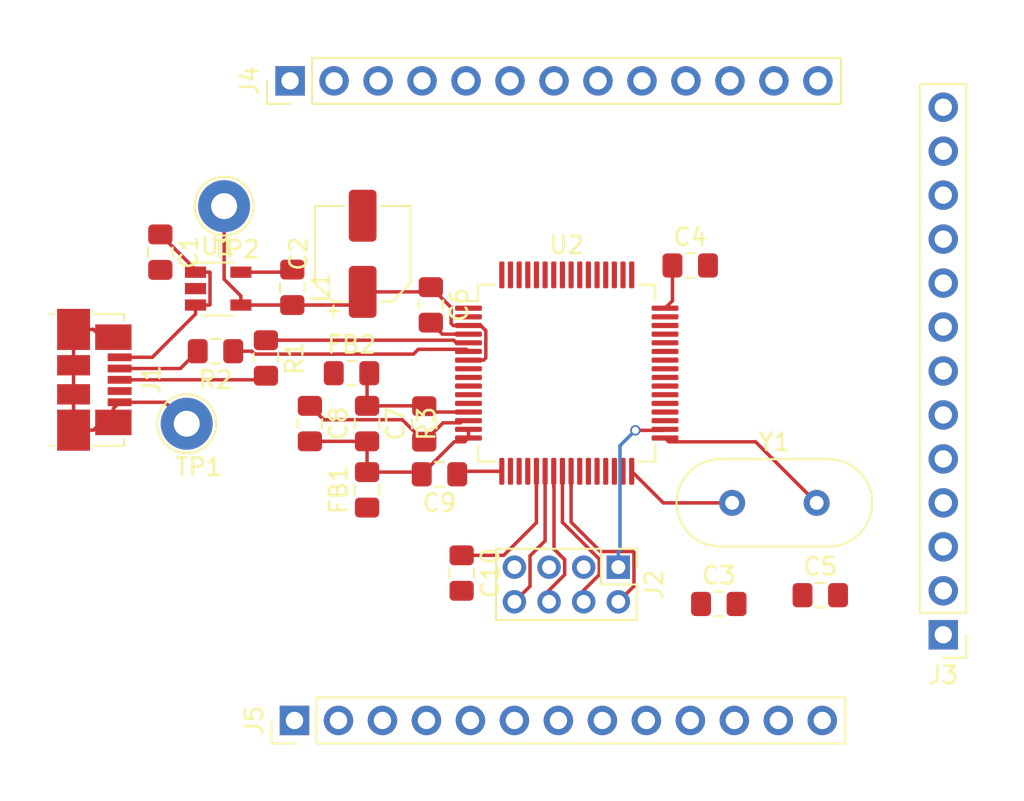
<source format=kicad_pcb>
(kicad_pcb (version 20171130) (host pcbnew "(5.1.2)-2")

  (general
    (thickness 1.6)
    (drawings 0)
    (tracks 130)
    (zones 0)
    (modules 26)
    (nets 63)
  )

  (page A4)
  (layers
    (0 F.Cu signal)
    (31 B.Cu signal)
    (32 B.Adhes user)
    (33 F.Adhes user)
    (34 B.Paste user)
    (35 F.Paste user)
    (36 B.SilkS user)
    (37 F.SilkS user)
    (38 B.Mask user)
    (39 F.Mask user)
    (40 Dwgs.User user)
    (41 Cmts.User user)
    (42 Eco1.User user)
    (43 Eco2.User user)
    (44 Edge.Cuts user)
    (45 Margin user)
    (46 B.CrtYd user)
    (47 F.CrtYd user)
    (48 B.Fab user)
    (49 F.Fab user)
  )

  (setup
    (last_trace_width 0.2)
    (trace_clearance 0.127)
    (zone_clearance 0.508)
    (zone_45_only no)
    (trace_min 0.2)
    (via_size 0.6)
    (via_drill 0.4)
    (via_min_size 0.4)
    (via_min_drill 0.3)
    (uvia_size 0.3)
    (uvia_drill 0.1)
    (uvias_allowed no)
    (uvia_min_size 0.2)
    (uvia_min_drill 0.1)
    (edge_width 0.05)
    (segment_width 0.2)
    (pcb_text_width 0.3)
    (pcb_text_size 1.5 1.5)
    (mod_edge_width 0.12)
    (mod_text_size 1 1)
    (mod_text_width 0.15)
    (pad_size 1.524 1.524)
    (pad_drill 0.762)
    (pad_to_mask_clearance 0.051)
    (solder_mask_min_width 0.25)
    (aux_axis_origin 0 0)
    (visible_elements FFFFFF7F)
    (pcbplotparams
      (layerselection 0x010fc_ffffffff)
      (usegerberextensions false)
      (usegerberattributes false)
      (usegerberadvancedattributes false)
      (creategerberjobfile false)
      (excludeedgelayer true)
      (linewidth 0.100000)
      (plotframeref false)
      (viasonmask false)
      (mode 1)
      (useauxorigin false)
      (hpglpennumber 1)
      (hpglpenspeed 20)
      (hpglpendiameter 15.000000)
      (psnegative false)
      (psa4output false)
      (plotreference true)
      (plotvalue true)
      (plotinvisibletext false)
      (padsonsilk false)
      (subtractmaskfromsilk false)
      (outputformat 1)
      (mirror false)
      (drillshape 1)
      (scaleselection 1)
      (outputdirectory ""))
  )

  (net 0 "")
  (net 1 "Net-(C1-Pad1)")
  (net 2 GND)
  (net 3 +3V3)
  (net 4 "Net-(C7-Pad2)")
  (net 5 "Net-(C7-Pad1)")
  (net 6 "Net-(C8-Pad1)")
  (net 7 "Net-(C9-Pad1)")
  (net 8 "Net-(J1-Pad2)")
  (net 9 "Net-(J1-Pad3)")
  (net 10 "Net-(J1-Pad4)")
  (net 11 /RST)
  (net 12 /PTA3)
  (net 13 /PTA2)
  (net 14 /PTA1)
  (net 15 /PTA0)
  (net 16 "Net-(J3-Pad11)")
  (net 17 "Net-(J3-Pad10)")
  (net 18 "Net-(J3-Pad9)")
  (net 19 "Net-(J3-Pad8)")
  (net 20 "Net-(J3-Pad7)")
  (net 21 "Net-(J3-Pad6)")
  (net 22 "Net-(J3-Pad5)")
  (net 23 "Net-(J3-Pad4)")
  (net 24 "Net-(J3-Pad3)")
  (net 25 "Net-(J3-Pad2)")
  (net 26 "Net-(J3-Pad1)")
  (net 27 "Net-(J4-Pad1)")
  (net 28 "Net-(J4-Pad2)")
  (net 29 "Net-(J4-Pad3)")
  (net 30 "Net-(J4-Pad4)")
  (net 31 "Net-(J4-Pad5)")
  (net 32 "Net-(J4-Pad6)")
  (net 33 "Net-(J4-Pad7)")
  (net 34 "Net-(J4-Pad8)")
  (net 35 "Net-(J4-Pad9)")
  (net 36 "Net-(J4-Pad10)")
  (net 37 "Net-(J4-Pad11)")
  (net 38 "Net-(J4-Pad12)")
  (net 39 "Net-(J4-Pad13)")
  (net 40 "Net-(J5-Pad1)")
  (net 41 "Net-(J5-Pad2)")
  (net 42 "Net-(J5-Pad3)")
  (net 43 "Net-(J5-Pad4)")
  (net 44 "Net-(J5-Pad5)")
  (net 45 "Net-(J5-Pad6)")
  (net 46 "Net-(J5-Pad7)")
  (net 47 "Net-(J5-Pad8)")
  (net 48 "Net-(J5-Pad9)")
  (net 49 "Net-(J5-Pad10)")
  (net 50 "Net-(J5-Pad11)")
  (net 51 "Net-(J5-Pad12)")
  (net 52 "Net-(J5-Pad13)")
  (net 53 "Net-(L1-Pad1)")
  (net 54 /USBP)
  (net 55 /USBM)
  (net 56 "Net-(U2-Pad8)")
  (net 57 "Net-(U2-Pad9)")
  (net 58 "Net-(U2-Pad10)")
  (net 59 "Net-(U2-Pad19)")
  (net 60 "Net-(U2-Pad20)")
  (net 61 "Net-(U2-Pad32)")
  (net 62 "Net-(U2-Pad33)")

  (net_class Default "This is the default net class."
    (clearance 0.127)
    (trace_width 0.2)
    (via_dia 0.6)
    (via_drill 0.4)
    (uvia_dia 0.3)
    (uvia_drill 0.1)
    (add_net +3V3)
    (add_net /PTA0)
    (add_net /PTA1)
    (add_net /PTA2)
    (add_net /PTA3)
    (add_net /RST)
    (add_net /USBM)
    (add_net /USBP)
    (add_net GND)
    (add_net "Net-(C1-Pad1)")
    (add_net "Net-(C7-Pad1)")
    (add_net "Net-(C7-Pad2)")
    (add_net "Net-(C8-Pad1)")
    (add_net "Net-(C9-Pad1)")
    (add_net "Net-(J1-Pad2)")
    (add_net "Net-(J1-Pad3)")
    (add_net "Net-(J1-Pad4)")
    (add_net "Net-(J3-Pad1)")
    (add_net "Net-(J3-Pad10)")
    (add_net "Net-(J3-Pad11)")
    (add_net "Net-(J3-Pad2)")
    (add_net "Net-(J3-Pad3)")
    (add_net "Net-(J3-Pad4)")
    (add_net "Net-(J3-Pad5)")
    (add_net "Net-(J3-Pad6)")
    (add_net "Net-(J3-Pad7)")
    (add_net "Net-(J3-Pad8)")
    (add_net "Net-(J3-Pad9)")
    (add_net "Net-(J4-Pad1)")
    (add_net "Net-(J4-Pad10)")
    (add_net "Net-(J4-Pad11)")
    (add_net "Net-(J4-Pad12)")
    (add_net "Net-(J4-Pad13)")
    (add_net "Net-(J4-Pad2)")
    (add_net "Net-(J4-Pad3)")
    (add_net "Net-(J4-Pad4)")
    (add_net "Net-(J4-Pad5)")
    (add_net "Net-(J4-Pad6)")
    (add_net "Net-(J4-Pad7)")
    (add_net "Net-(J4-Pad8)")
    (add_net "Net-(J4-Pad9)")
    (add_net "Net-(J5-Pad1)")
    (add_net "Net-(J5-Pad10)")
    (add_net "Net-(J5-Pad11)")
    (add_net "Net-(J5-Pad12)")
    (add_net "Net-(J5-Pad13)")
    (add_net "Net-(J5-Pad2)")
    (add_net "Net-(J5-Pad3)")
    (add_net "Net-(J5-Pad4)")
    (add_net "Net-(J5-Pad5)")
    (add_net "Net-(J5-Pad6)")
    (add_net "Net-(J5-Pad7)")
    (add_net "Net-(J5-Pad8)")
    (add_net "Net-(J5-Pad9)")
    (add_net "Net-(L1-Pad1)")
    (add_net "Net-(U2-Pad10)")
    (add_net "Net-(U2-Pad19)")
    (add_net "Net-(U2-Pad20)")
    (add_net "Net-(U2-Pad32)")
    (add_net "Net-(U2-Pad33)")
    (add_net "Net-(U2-Pad8)")
    (add_net "Net-(U2-Pad9)")
  )

  (net_class Power ""
    (clearance 0.2)
    (trace_width 0.4)
    (via_dia 0.8)
    (via_drill 0.4)
    (uvia_dia 0.3)
    (uvia_drill 0.1)
  )

  (module Capacitor_SMD:C_0805_2012Metric_Pad1.15x1.40mm_HandSolder (layer F.Cu) (tedit 5B36C52B) (tstamp 5D303DB3)
    (at 124.206 89.907 270)
    (descr "Capacitor SMD 0805 (2012 Metric), square (rectangular) end terminal, IPC_7351 nominal with elongated pad for handsoldering. (Body size source: https://docs.google.com/spreadsheets/d/1BsfQQcO9C6DZCsRaXUlFlo91Tg2WpOkGARC1WS5S8t0/edit?usp=sharing), generated with kicad-footprint-generator")
    (tags "capacitor handsolder")
    (path /5D367B1D)
    (attr smd)
    (fp_text reference C1 (at 0 -1.65 90) (layer F.SilkS)
      (effects (font (size 1 1) (thickness 0.15)))
    )
    (fp_text value 4.7uF (at 0 1.65 90) (layer F.Fab)
      (effects (font (size 1 1) (thickness 0.15)))
    )
    (fp_line (start -1 0.6) (end -1 -0.6) (layer F.Fab) (width 0.1))
    (fp_line (start -1 -0.6) (end 1 -0.6) (layer F.Fab) (width 0.1))
    (fp_line (start 1 -0.6) (end 1 0.6) (layer F.Fab) (width 0.1))
    (fp_line (start 1 0.6) (end -1 0.6) (layer F.Fab) (width 0.1))
    (fp_line (start -0.261252 -0.71) (end 0.261252 -0.71) (layer F.SilkS) (width 0.12))
    (fp_line (start -0.261252 0.71) (end 0.261252 0.71) (layer F.SilkS) (width 0.12))
    (fp_line (start -1.85 0.95) (end -1.85 -0.95) (layer F.CrtYd) (width 0.05))
    (fp_line (start -1.85 -0.95) (end 1.85 -0.95) (layer F.CrtYd) (width 0.05))
    (fp_line (start 1.85 -0.95) (end 1.85 0.95) (layer F.CrtYd) (width 0.05))
    (fp_line (start 1.85 0.95) (end -1.85 0.95) (layer F.CrtYd) (width 0.05))
    (fp_text user %R (at 0 0 90) (layer F.Fab)
      (effects (font (size 0.5 0.5) (thickness 0.08)))
    )
    (pad 1 smd roundrect (at -1.025 0 270) (size 1.15 1.4) (layers F.Cu F.Paste F.Mask) (roundrect_rratio 0.217391)
      (net 1 "Net-(C1-Pad1)"))
    (pad 2 smd roundrect (at 1.025 0 270) (size 1.15 1.4) (layers F.Cu F.Paste F.Mask) (roundrect_rratio 0.217391)
      (net 2 GND))
    (model ${KISYS3DMOD}/Capacitor_SMD.3dshapes/C_0805_2012Metric.wrl
      (at (xyz 0 0 0))
      (scale (xyz 1 1 1))
      (rotate (xyz 0 0 0))
    )
  )

  (module Capacitor_SMD:CP_Elec_5x3.9 (layer F.Cu) (tedit 5BCA39CF) (tstamp 5D303DDB)
    (at 135.89 90.002 90)
    (descr "SMD capacitor, aluminum electrolytic, Nichicon, 5.0x3.9mm")
    (tags "capacitor electrolytic")
    (path /5D36D303)
    (attr smd)
    (fp_text reference C2 (at 0 -3.7 90) (layer F.SilkS)
      (effects (font (size 1 1) (thickness 0.15)))
    )
    (fp_text value 10uF (at 0 3.7 90) (layer F.Fab)
      (effects (font (size 1 1) (thickness 0.15)))
    )
    (fp_circle (center 0 0) (end 2.5 0) (layer F.Fab) (width 0.1))
    (fp_line (start 2.65 -2.65) (end 2.65 2.65) (layer F.Fab) (width 0.1))
    (fp_line (start -1.65 -2.65) (end 2.65 -2.65) (layer F.Fab) (width 0.1))
    (fp_line (start -1.65 2.65) (end 2.65 2.65) (layer F.Fab) (width 0.1))
    (fp_line (start -2.65 -1.65) (end -2.65 1.65) (layer F.Fab) (width 0.1))
    (fp_line (start -2.65 -1.65) (end -1.65 -2.65) (layer F.Fab) (width 0.1))
    (fp_line (start -2.65 1.65) (end -1.65 2.65) (layer F.Fab) (width 0.1))
    (fp_line (start -2.033956 -1.2) (end -1.533956 -1.2) (layer F.Fab) (width 0.1))
    (fp_line (start -1.783956 -1.45) (end -1.783956 -0.95) (layer F.Fab) (width 0.1))
    (fp_line (start 2.76 2.76) (end 2.76 1.06) (layer F.SilkS) (width 0.12))
    (fp_line (start 2.76 -2.76) (end 2.76 -1.06) (layer F.SilkS) (width 0.12))
    (fp_line (start -1.695563 -2.76) (end 2.76 -2.76) (layer F.SilkS) (width 0.12))
    (fp_line (start -1.695563 2.76) (end 2.76 2.76) (layer F.SilkS) (width 0.12))
    (fp_line (start -2.76 1.695563) (end -2.76 1.06) (layer F.SilkS) (width 0.12))
    (fp_line (start -2.76 -1.695563) (end -2.76 -1.06) (layer F.SilkS) (width 0.12))
    (fp_line (start -2.76 -1.695563) (end -1.695563 -2.76) (layer F.SilkS) (width 0.12))
    (fp_line (start -2.76 1.695563) (end -1.695563 2.76) (layer F.SilkS) (width 0.12))
    (fp_line (start -3.625 -1.685) (end -3 -1.685) (layer F.SilkS) (width 0.12))
    (fp_line (start -3.3125 -1.9975) (end -3.3125 -1.3725) (layer F.SilkS) (width 0.12))
    (fp_line (start 2.9 -2.9) (end 2.9 -1.05) (layer F.CrtYd) (width 0.05))
    (fp_line (start 2.9 -1.05) (end 3.95 -1.05) (layer F.CrtYd) (width 0.05))
    (fp_line (start 3.95 -1.05) (end 3.95 1.05) (layer F.CrtYd) (width 0.05))
    (fp_line (start 3.95 1.05) (end 2.9 1.05) (layer F.CrtYd) (width 0.05))
    (fp_line (start 2.9 1.05) (end 2.9 2.9) (layer F.CrtYd) (width 0.05))
    (fp_line (start -1.75 2.9) (end 2.9 2.9) (layer F.CrtYd) (width 0.05))
    (fp_line (start -1.75 -2.9) (end 2.9 -2.9) (layer F.CrtYd) (width 0.05))
    (fp_line (start -2.9 1.75) (end -1.75 2.9) (layer F.CrtYd) (width 0.05))
    (fp_line (start -2.9 -1.75) (end -1.75 -2.9) (layer F.CrtYd) (width 0.05))
    (fp_line (start -2.9 -1.75) (end -2.9 -1.05) (layer F.CrtYd) (width 0.05))
    (fp_line (start -2.9 1.05) (end -2.9 1.75) (layer F.CrtYd) (width 0.05))
    (fp_line (start -2.9 -1.05) (end -3.95 -1.05) (layer F.CrtYd) (width 0.05))
    (fp_line (start -3.95 -1.05) (end -3.95 1.05) (layer F.CrtYd) (width 0.05))
    (fp_line (start -3.95 1.05) (end -2.9 1.05) (layer F.CrtYd) (width 0.05))
    (fp_text user %R (at 0 0 90) (layer F.Fab)
      (effects (font (size 1 1) (thickness 0.15)))
    )
    (pad 1 smd roundrect (at -2.2 0 90) (size 3 1.6) (layers F.Cu F.Paste F.Mask) (roundrect_rratio 0.15625)
      (net 3 +3V3))
    (pad 2 smd roundrect (at 2.2 0 90) (size 3 1.6) (layers F.Cu F.Paste F.Mask) (roundrect_rratio 0.15625)
      (net 2 GND))
    (model ${KISYS3DMOD}/Capacitor_SMD.3dshapes/CP_Elec_5x3.9.wrl
      (at (xyz 0 0 0))
      (scale (xyz 1 1 1))
      (rotate (xyz 0 0 0))
    )
  )

  (module Capacitor_SMD:C_0805_2012Metric_Pad1.15x1.40mm_HandSolder (layer F.Cu) (tedit 5B36C52B) (tstamp 5D303DEC)
    (at 156.455 110.236)
    (descr "Capacitor SMD 0805 (2012 Metric), square (rectangular) end terminal, IPC_7351 nominal with elongated pad for handsoldering. (Body size source: https://docs.google.com/spreadsheets/d/1BsfQQcO9C6DZCsRaXUlFlo91Tg2WpOkGARC1WS5S8t0/edit?usp=sharing), generated with kicad-footprint-generator")
    (tags "capacitor handsolder")
    (path /5D394784)
    (attr smd)
    (fp_text reference C3 (at 0 -1.65) (layer F.SilkS)
      (effects (font (size 1 1) (thickness 0.15)))
    )
    (fp_text value 0.1uF (at 0 1.65) (layer F.Fab)
      (effects (font (size 1 1) (thickness 0.15)))
    )
    (fp_line (start -1 0.6) (end -1 -0.6) (layer F.Fab) (width 0.1))
    (fp_line (start -1 -0.6) (end 1 -0.6) (layer F.Fab) (width 0.1))
    (fp_line (start 1 -0.6) (end 1 0.6) (layer F.Fab) (width 0.1))
    (fp_line (start 1 0.6) (end -1 0.6) (layer F.Fab) (width 0.1))
    (fp_line (start -0.261252 -0.71) (end 0.261252 -0.71) (layer F.SilkS) (width 0.12))
    (fp_line (start -0.261252 0.71) (end 0.261252 0.71) (layer F.SilkS) (width 0.12))
    (fp_line (start -1.85 0.95) (end -1.85 -0.95) (layer F.CrtYd) (width 0.05))
    (fp_line (start -1.85 -0.95) (end 1.85 -0.95) (layer F.CrtYd) (width 0.05))
    (fp_line (start 1.85 -0.95) (end 1.85 0.95) (layer F.CrtYd) (width 0.05))
    (fp_line (start 1.85 0.95) (end -1.85 0.95) (layer F.CrtYd) (width 0.05))
    (fp_text user %R (at 0 0) (layer F.Fab)
      (effects (font (size 0.5 0.5) (thickness 0.08)))
    )
    (pad 1 smd roundrect (at -1.025 0) (size 1.15 1.4) (layers F.Cu F.Paste F.Mask) (roundrect_rratio 0.217391)
      (net 3 +3V3))
    (pad 2 smd roundrect (at 1.025 0) (size 1.15 1.4) (layers F.Cu F.Paste F.Mask) (roundrect_rratio 0.217391)
      (net 2 GND))
    (model ${KISYS3DMOD}/Capacitor_SMD.3dshapes/C_0805_2012Metric.wrl
      (at (xyz 0 0 0))
      (scale (xyz 1 1 1))
      (rotate (xyz 0 0 0))
    )
  )

  (module Capacitor_SMD:C_0805_2012Metric_Pad1.15x1.40mm_HandSolder (layer F.Cu) (tedit 5B36C52B) (tstamp 5D303DFD)
    (at 154.804 90.678)
    (descr "Capacitor SMD 0805 (2012 Metric), square (rectangular) end terminal, IPC_7351 nominal with elongated pad for handsoldering. (Body size source: https://docs.google.com/spreadsheets/d/1BsfQQcO9C6DZCsRaXUlFlo91Tg2WpOkGARC1WS5S8t0/edit?usp=sharing), generated with kicad-footprint-generator")
    (tags "capacitor handsolder")
    (path /5D391880)
    (attr smd)
    (fp_text reference C4 (at 0 -1.65) (layer F.SilkS)
      (effects (font (size 1 1) (thickness 0.15)))
    )
    (fp_text value 0.1uF (at 0 1.65) (layer F.Fab)
      (effects (font (size 1 1) (thickness 0.15)))
    )
    (fp_text user %R (at 0 0) (layer F.Fab)
      (effects (font (size 0.5 0.5) (thickness 0.08)))
    )
    (fp_line (start 1.85 0.95) (end -1.85 0.95) (layer F.CrtYd) (width 0.05))
    (fp_line (start 1.85 -0.95) (end 1.85 0.95) (layer F.CrtYd) (width 0.05))
    (fp_line (start -1.85 -0.95) (end 1.85 -0.95) (layer F.CrtYd) (width 0.05))
    (fp_line (start -1.85 0.95) (end -1.85 -0.95) (layer F.CrtYd) (width 0.05))
    (fp_line (start -0.261252 0.71) (end 0.261252 0.71) (layer F.SilkS) (width 0.12))
    (fp_line (start -0.261252 -0.71) (end 0.261252 -0.71) (layer F.SilkS) (width 0.12))
    (fp_line (start 1 0.6) (end -1 0.6) (layer F.Fab) (width 0.1))
    (fp_line (start 1 -0.6) (end 1 0.6) (layer F.Fab) (width 0.1))
    (fp_line (start -1 -0.6) (end 1 -0.6) (layer F.Fab) (width 0.1))
    (fp_line (start -1 0.6) (end -1 -0.6) (layer F.Fab) (width 0.1))
    (pad 2 smd roundrect (at 1.025 0) (size 1.15 1.4) (layers F.Cu F.Paste F.Mask) (roundrect_rratio 0.217391)
      (net 2 GND))
    (pad 1 smd roundrect (at -1.025 0) (size 1.15 1.4) (layers F.Cu F.Paste F.Mask) (roundrect_rratio 0.217391)
      (net 3 +3V3))
    (model ${KISYS3DMOD}/Capacitor_SMD.3dshapes/C_0805_2012Metric.wrl
      (at (xyz 0 0 0))
      (scale (xyz 1 1 1))
      (rotate (xyz 0 0 0))
    )
  )

  (module Capacitor_SMD:C_0805_2012Metric_Pad1.15x1.40mm_HandSolder (layer F.Cu) (tedit 5B36C52B) (tstamp 5D32DD22)
    (at 162.315 109.728)
    (descr "Capacitor SMD 0805 (2012 Metric), square (rectangular) end terminal, IPC_7351 nominal with elongated pad for handsoldering. (Body size source: https://docs.google.com/spreadsheets/d/1BsfQQcO9C6DZCsRaXUlFlo91Tg2WpOkGARC1WS5S8t0/edit?usp=sharing), generated with kicad-footprint-generator")
    (tags "capacitor handsolder")
    (path /5D391541)
    (attr smd)
    (fp_text reference C5 (at 0 -1.65) (layer F.SilkS)
      (effects (font (size 1 1) (thickness 0.15)))
    )
    (fp_text value 0.1uF (at 0 1.65) (layer F.Fab)
      (effects (font (size 1 1) (thickness 0.15)))
    )
    (fp_line (start -1 0.6) (end -1 -0.6) (layer F.Fab) (width 0.1))
    (fp_line (start -1 -0.6) (end 1 -0.6) (layer F.Fab) (width 0.1))
    (fp_line (start 1 -0.6) (end 1 0.6) (layer F.Fab) (width 0.1))
    (fp_line (start 1 0.6) (end -1 0.6) (layer F.Fab) (width 0.1))
    (fp_line (start -0.261252 -0.71) (end 0.261252 -0.71) (layer F.SilkS) (width 0.12))
    (fp_line (start -0.261252 0.71) (end 0.261252 0.71) (layer F.SilkS) (width 0.12))
    (fp_line (start -1.85 0.95) (end -1.85 -0.95) (layer F.CrtYd) (width 0.05))
    (fp_line (start -1.85 -0.95) (end 1.85 -0.95) (layer F.CrtYd) (width 0.05))
    (fp_line (start 1.85 -0.95) (end 1.85 0.95) (layer F.CrtYd) (width 0.05))
    (fp_line (start 1.85 0.95) (end -1.85 0.95) (layer F.CrtYd) (width 0.05))
    (fp_text user %R (at 0 0) (layer F.Fab)
      (effects (font (size 0.5 0.5) (thickness 0.08)))
    )
    (pad 1 smd roundrect (at -1.025 0) (size 1.15 1.4) (layers F.Cu F.Paste F.Mask) (roundrect_rratio 0.217391)
      (net 3 +3V3))
    (pad 2 smd roundrect (at 1.025 0) (size 1.15 1.4) (layers F.Cu F.Paste F.Mask) (roundrect_rratio 0.217391)
      (net 2 GND))
    (model ${KISYS3DMOD}/Capacitor_SMD.3dshapes/C_0805_2012Metric.wrl
      (at (xyz 0 0 0))
      (scale (xyz 1 1 1))
      (rotate (xyz 0 0 0))
    )
  )

  (module Capacitor_SMD:C_0805_2012Metric_Pad1.15x1.40mm_HandSolder (layer F.Cu) (tedit 5B36C52B) (tstamp 5D303E1F)
    (at 139.827 92.955 270)
    (descr "Capacitor SMD 0805 (2012 Metric), square (rectangular) end terminal, IPC_7351 nominal with elongated pad for handsoldering. (Body size source: https://docs.google.com/spreadsheets/d/1BsfQQcO9C6DZCsRaXUlFlo91Tg2WpOkGARC1WS5S8t0/edit?usp=sharing), generated with kicad-footprint-generator")
    (tags "capacitor handsolder")
    (path /5D38E544)
    (attr smd)
    (fp_text reference C6 (at 0 -1.65 90) (layer F.SilkS)
      (effects (font (size 1 1) (thickness 0.15)))
    )
    (fp_text value 2.2uF (at 0 1.65 90) (layer F.Fab)
      (effects (font (size 1 1) (thickness 0.15)))
    )
    (fp_text user %R (at 0 0 90) (layer F.Fab)
      (effects (font (size 0.5 0.5) (thickness 0.08)))
    )
    (fp_line (start 1.85 0.95) (end -1.85 0.95) (layer F.CrtYd) (width 0.05))
    (fp_line (start 1.85 -0.95) (end 1.85 0.95) (layer F.CrtYd) (width 0.05))
    (fp_line (start -1.85 -0.95) (end 1.85 -0.95) (layer F.CrtYd) (width 0.05))
    (fp_line (start -1.85 0.95) (end -1.85 -0.95) (layer F.CrtYd) (width 0.05))
    (fp_line (start -0.261252 0.71) (end 0.261252 0.71) (layer F.SilkS) (width 0.12))
    (fp_line (start -0.261252 -0.71) (end 0.261252 -0.71) (layer F.SilkS) (width 0.12))
    (fp_line (start 1 0.6) (end -1 0.6) (layer F.Fab) (width 0.1))
    (fp_line (start 1 -0.6) (end 1 0.6) (layer F.Fab) (width 0.1))
    (fp_line (start -1 -0.6) (end 1 -0.6) (layer F.Fab) (width 0.1))
    (fp_line (start -1 0.6) (end -1 -0.6) (layer F.Fab) (width 0.1))
    (pad 2 smd roundrect (at 1.025 0 270) (size 1.15 1.4) (layers F.Cu F.Paste F.Mask) (roundrect_rratio 0.217391)
      (net 2 GND))
    (pad 1 smd roundrect (at -1.025 0 270) (size 1.15 1.4) (layers F.Cu F.Paste F.Mask) (roundrect_rratio 0.217391)
      (net 3 +3V3))
    (model ${KISYS3DMOD}/Capacitor_SMD.3dshapes/C_0805_2012Metric.wrl
      (at (xyz 0 0 0))
      (scale (xyz 1 1 1))
      (rotate (xyz 0 0 0))
    )
  )

  (module Capacitor_SMD:C_0805_2012Metric_Pad1.15x1.40mm_HandSolder (layer F.Cu) (tedit 5B36C52B) (tstamp 5D303E30)
    (at 136.144 99.813 270)
    (descr "Capacitor SMD 0805 (2012 Metric), square (rectangular) end terminal, IPC_7351 nominal with elongated pad for handsoldering. (Body size source: https://docs.google.com/spreadsheets/d/1BsfQQcO9C6DZCsRaXUlFlo91Tg2WpOkGARC1WS5S8t0/edit?usp=sharing), generated with kicad-footprint-generator")
    (tags "capacitor handsolder")
    (path /5D49DD56)
    (attr smd)
    (fp_text reference C7 (at 0 -1.65 90) (layer F.SilkS)
      (effects (font (size 1 1) (thickness 0.15)))
    )
    (fp_text value 2.2uF (at 0 1.65 90) (layer F.Fab)
      (effects (font (size 1 1) (thickness 0.15)))
    )
    (fp_text user %R (at 0 0 90) (layer F.Fab)
      (effects (font (size 0.5 0.5) (thickness 0.08)))
    )
    (fp_line (start 1.85 0.95) (end -1.85 0.95) (layer F.CrtYd) (width 0.05))
    (fp_line (start 1.85 -0.95) (end 1.85 0.95) (layer F.CrtYd) (width 0.05))
    (fp_line (start -1.85 -0.95) (end 1.85 -0.95) (layer F.CrtYd) (width 0.05))
    (fp_line (start -1.85 0.95) (end -1.85 -0.95) (layer F.CrtYd) (width 0.05))
    (fp_line (start -0.261252 0.71) (end 0.261252 0.71) (layer F.SilkS) (width 0.12))
    (fp_line (start -0.261252 -0.71) (end 0.261252 -0.71) (layer F.SilkS) (width 0.12))
    (fp_line (start 1 0.6) (end -1 0.6) (layer F.Fab) (width 0.1))
    (fp_line (start 1 -0.6) (end 1 0.6) (layer F.Fab) (width 0.1))
    (fp_line (start -1 -0.6) (end 1 -0.6) (layer F.Fab) (width 0.1))
    (fp_line (start -1 0.6) (end -1 -0.6) (layer F.Fab) (width 0.1))
    (pad 2 smd roundrect (at 1.025 0 270) (size 1.15 1.4) (layers F.Cu F.Paste F.Mask) (roundrect_rratio 0.217391)
      (net 4 "Net-(C7-Pad2)"))
    (pad 1 smd roundrect (at -1.025 0 270) (size 1.15 1.4) (layers F.Cu F.Paste F.Mask) (roundrect_rratio 0.217391)
      (net 5 "Net-(C7-Pad1)"))
    (model ${KISYS3DMOD}/Capacitor_SMD.3dshapes/C_0805_2012Metric.wrl
      (at (xyz 0 0 0))
      (scale (xyz 1 1 1))
      (rotate (xyz 0 0 0))
    )
  )

  (module Capacitor_SMD:C_0805_2012Metric_Pad1.15x1.40mm_HandSolder (layer F.Cu) (tedit 5B36C52B) (tstamp 5D303E41)
    (at 132.842 99.813 270)
    (descr "Capacitor SMD 0805 (2012 Metric), square (rectangular) end terminal, IPC_7351 nominal with elongated pad for handsoldering. (Body size source: https://docs.google.com/spreadsheets/d/1BsfQQcO9C6DZCsRaXUlFlo91Tg2WpOkGARC1WS5S8t0/edit?usp=sharing), generated with kicad-footprint-generator")
    (tags "capacitor handsolder")
    (path /5D4DE106)
    (attr smd)
    (fp_text reference C8 (at 0 -1.65 90) (layer F.SilkS)
      (effects (font (size 1 1) (thickness 0.15)))
    )
    (fp_text value 0.1uF (at 0 1.65 90) (layer F.Fab)
      (effects (font (size 1 1) (thickness 0.15)))
    )
    (fp_line (start -1 0.6) (end -1 -0.6) (layer F.Fab) (width 0.1))
    (fp_line (start -1 -0.6) (end 1 -0.6) (layer F.Fab) (width 0.1))
    (fp_line (start 1 -0.6) (end 1 0.6) (layer F.Fab) (width 0.1))
    (fp_line (start 1 0.6) (end -1 0.6) (layer F.Fab) (width 0.1))
    (fp_line (start -0.261252 -0.71) (end 0.261252 -0.71) (layer F.SilkS) (width 0.12))
    (fp_line (start -0.261252 0.71) (end 0.261252 0.71) (layer F.SilkS) (width 0.12))
    (fp_line (start -1.85 0.95) (end -1.85 -0.95) (layer F.CrtYd) (width 0.05))
    (fp_line (start -1.85 -0.95) (end 1.85 -0.95) (layer F.CrtYd) (width 0.05))
    (fp_line (start 1.85 -0.95) (end 1.85 0.95) (layer F.CrtYd) (width 0.05))
    (fp_line (start 1.85 0.95) (end -1.85 0.95) (layer F.CrtYd) (width 0.05))
    (fp_text user %R (at 0 0 90) (layer F.Fab)
      (effects (font (size 0.5 0.5) (thickness 0.08)))
    )
    (pad 1 smd roundrect (at -1.025 0 270) (size 1.15 1.4) (layers F.Cu F.Paste F.Mask) (roundrect_rratio 0.217391)
      (net 6 "Net-(C8-Pad1)"))
    (pad 2 smd roundrect (at 1.025 0 270) (size 1.15 1.4) (layers F.Cu F.Paste F.Mask) (roundrect_rratio 0.217391)
      (net 4 "Net-(C7-Pad2)"))
    (model ${KISYS3DMOD}/Capacitor_SMD.3dshapes/C_0805_2012Metric.wrl
      (at (xyz 0 0 0))
      (scale (xyz 1 1 1))
      (rotate (xyz 0 0 0))
    )
  )

  (module Capacitor_SMD:C_0805_2012Metric_Pad1.15x1.40mm_HandSolder (layer F.Cu) (tedit 5B36C52B) (tstamp 5D303E52)
    (at 140.326 102.743 180)
    (descr "Capacitor SMD 0805 (2012 Metric), square (rectangular) end terminal, IPC_7351 nominal with elongated pad for handsoldering. (Body size source: https://docs.google.com/spreadsheets/d/1BsfQQcO9C6DZCsRaXUlFlo91Tg2WpOkGARC1WS5S8t0/edit?usp=sharing), generated with kicad-footprint-generator")
    (tags "capacitor handsolder")
    (path /5D46931B)
    (attr smd)
    (fp_text reference C9 (at 0 -1.65) (layer F.SilkS)
      (effects (font (size 1 1) (thickness 0.15)))
    )
    (fp_text value 0.1uF (at 0 1.65) (layer F.Fab)
      (effects (font (size 1 1) (thickness 0.15)))
    )
    (fp_text user %R (at -0.372 0 180) (layer F.Fab)
      (effects (font (size 0.5 0.5) (thickness 0.08)))
    )
    (fp_line (start 1.85 0.95) (end -1.85 0.95) (layer F.CrtYd) (width 0.05))
    (fp_line (start 1.85 -0.95) (end 1.85 0.95) (layer F.CrtYd) (width 0.05))
    (fp_line (start -1.85 -0.95) (end 1.85 -0.95) (layer F.CrtYd) (width 0.05))
    (fp_line (start -1.85 0.95) (end -1.85 -0.95) (layer F.CrtYd) (width 0.05))
    (fp_line (start -0.261252 0.71) (end 0.261252 0.71) (layer F.SilkS) (width 0.12))
    (fp_line (start -0.261252 -0.71) (end 0.261252 -0.71) (layer F.SilkS) (width 0.12))
    (fp_line (start 1 0.6) (end -1 0.6) (layer F.Fab) (width 0.1))
    (fp_line (start 1 -0.6) (end 1 0.6) (layer F.Fab) (width 0.1))
    (fp_line (start -1 -0.6) (end 1 -0.6) (layer F.Fab) (width 0.1))
    (fp_line (start -1 0.6) (end -1 -0.6) (layer F.Fab) (width 0.1))
    (pad 2 smd roundrect (at 1.025 0 180) (size 1.15 1.4) (layers F.Cu F.Paste F.Mask) (roundrect_rratio 0.217391)
      (net 4 "Net-(C7-Pad2)"))
    (pad 1 smd roundrect (at -1.025 0 180) (size 1.15 1.4) (layers F.Cu F.Paste F.Mask) (roundrect_rratio 0.217391)
      (net 7 "Net-(C9-Pad1)"))
    (model ${KISYS3DMOD}/Capacitor_SMD.3dshapes/C_0805_2012Metric.wrl
      (at (xyz 0 0 0))
      (scale (xyz 1 1 1))
      (rotate (xyz 0 0 0))
    )
  )

  (module Capacitor_SMD:C_0805_2012Metric_Pad1.15x1.40mm_HandSolder (layer F.Cu) (tedit 5B36C52B) (tstamp 5D303E63)
    (at 141.605 108.449 270)
    (descr "Capacitor SMD 0805 (2012 Metric), square (rectangular) end terminal, IPC_7351 nominal with elongated pad for handsoldering. (Body size source: https://docs.google.com/spreadsheets/d/1BsfQQcO9C6DZCsRaXUlFlo91Tg2WpOkGARC1WS5S8t0/edit?usp=sharing), generated with kicad-footprint-generator")
    (tags "capacitor handsolder")
    (path /5D4EDA7D)
    (attr smd)
    (fp_text reference C10 (at 0 -1.65 90) (layer F.SilkS)
      (effects (font (size 1 1) (thickness 0.15)))
    )
    (fp_text value 0.1uF (at 0 1.65 90) (layer F.Fab)
      (effects (font (size 1 1) (thickness 0.15)))
    )
    (fp_line (start -1 0.6) (end -1 -0.6) (layer F.Fab) (width 0.1))
    (fp_line (start -1 -0.6) (end 1 -0.6) (layer F.Fab) (width 0.1))
    (fp_line (start 1 -0.6) (end 1 0.6) (layer F.Fab) (width 0.1))
    (fp_line (start 1 0.6) (end -1 0.6) (layer F.Fab) (width 0.1))
    (fp_line (start -0.261252 -0.71) (end 0.261252 -0.71) (layer F.SilkS) (width 0.12))
    (fp_line (start -0.261252 0.71) (end 0.261252 0.71) (layer F.SilkS) (width 0.12))
    (fp_line (start -1.85 0.95) (end -1.85 -0.95) (layer F.CrtYd) (width 0.05))
    (fp_line (start -1.85 -0.95) (end 1.85 -0.95) (layer F.CrtYd) (width 0.05))
    (fp_line (start 1.85 -0.95) (end 1.85 0.95) (layer F.CrtYd) (width 0.05))
    (fp_line (start 1.85 0.95) (end -1.85 0.95) (layer F.CrtYd) (width 0.05))
    (fp_text user %R (at 0 0 90) (layer F.Fab)
      (effects (font (size 0.5 0.5) (thickness 0.08)))
    )
    (pad 1 smd roundrect (at -1.025 0 270) (size 1.15 1.4) (layers F.Cu F.Paste F.Mask) (roundrect_rratio 0.217391)
      (net 3 +3V3))
    (pad 2 smd roundrect (at 1.025 0 270) (size 1.15 1.4) (layers F.Cu F.Paste F.Mask) (roundrect_rratio 0.217391)
      (net 2 GND))
    (model ${KISYS3DMOD}/Capacitor_SMD.3dshapes/C_0805_2012Metric.wrl
      (at (xyz 0 0 0))
      (scale (xyz 1 1 1))
      (rotate (xyz 0 0 0))
    )
  )

  (module Capacitor_SMD:C_0805_2012Metric_Pad1.15x1.40mm_HandSolder (layer F.Cu) (tedit 5B36C52B) (tstamp 5D303E74)
    (at 136.144 103.641 90)
    (descr "Capacitor SMD 0805 (2012 Metric), square (rectangular) end terminal, IPC_7351 nominal with elongated pad for handsoldering. (Body size source: https://docs.google.com/spreadsheets/d/1BsfQQcO9C6DZCsRaXUlFlo91Tg2WpOkGARC1WS5S8t0/edit?usp=sharing), generated with kicad-footprint-generator")
    (tags "capacitor handsolder")
    (path /5D4778D7)
    (attr smd)
    (fp_text reference FB1 (at 0 -1.65 90) (layer F.SilkS)
      (effects (font (size 1 1) (thickness 0.15)))
    )
    (fp_text value Ferrite (at 0 1.65 90) (layer F.Fab)
      (effects (font (size 1 1) (thickness 0.15)))
    )
    (fp_line (start -1 0.6) (end -1 -0.6) (layer F.Fab) (width 0.1))
    (fp_line (start -1 -0.6) (end 1 -0.6) (layer F.Fab) (width 0.1))
    (fp_line (start 1 -0.6) (end 1 0.6) (layer F.Fab) (width 0.1))
    (fp_line (start 1 0.6) (end -1 0.6) (layer F.Fab) (width 0.1))
    (fp_line (start -0.261252 -0.71) (end 0.261252 -0.71) (layer F.SilkS) (width 0.12))
    (fp_line (start -0.261252 0.71) (end 0.261252 0.71) (layer F.SilkS) (width 0.12))
    (fp_line (start -1.85 0.95) (end -1.85 -0.95) (layer F.CrtYd) (width 0.05))
    (fp_line (start -1.85 -0.95) (end 1.85 -0.95) (layer F.CrtYd) (width 0.05))
    (fp_line (start 1.85 -0.95) (end 1.85 0.95) (layer F.CrtYd) (width 0.05))
    (fp_line (start 1.85 0.95) (end -1.85 0.95) (layer F.CrtYd) (width 0.05))
    (fp_text user %R (at 0.009 0 90) (layer F.Fab)
      (effects (font (size 0.5 0.5) (thickness 0.08)))
    )
    (pad 1 smd roundrect (at -1.025 0 90) (size 1.15 1.4) (layers F.Cu F.Paste F.Mask) (roundrect_rratio 0.217391)
      (net 2 GND))
    (pad 2 smd roundrect (at 1.025 0 90) (size 1.15 1.4) (layers F.Cu F.Paste F.Mask) (roundrect_rratio 0.217391)
      (net 4 "Net-(C7-Pad2)"))
    (model ${KISYS3DMOD}/Capacitor_SMD.3dshapes/C_0805_2012Metric.wrl
      (at (xyz 0 0 0))
      (scale (xyz 1 1 1))
      (rotate (xyz 0 0 0))
    )
  )

  (module Capacitor_SMD:C_0805_2012Metric_Pad1.15x1.40mm_HandSolder (layer F.Cu) (tedit 5B36C52B) (tstamp 5D303E85)
    (at 135.246 96.901)
    (descr "Capacitor SMD 0805 (2012 Metric), square (rectangular) end terminal, IPC_7351 nominal with elongated pad for handsoldering. (Body size source: https://docs.google.com/spreadsheets/d/1BsfQQcO9C6DZCsRaXUlFlo91Tg2WpOkGARC1WS5S8t0/edit?usp=sharing), generated with kicad-footprint-generator")
    (tags "capacitor handsolder")
    (path /5D49E8E8)
    (attr smd)
    (fp_text reference FB2 (at 0 -1.65) (layer F.SilkS)
      (effects (font (size 1 1) (thickness 0.15)))
    )
    (fp_text value Ferrite (at 0 1.65) (layer F.Fab)
      (effects (font (size 1 1) (thickness 0.15)))
    )
    (fp_text user %R (at 0 0) (layer F.Fab)
      (effects (font (size 0.5 0.5) (thickness 0.08)))
    )
    (fp_line (start 1.85 0.95) (end -1.85 0.95) (layer F.CrtYd) (width 0.05))
    (fp_line (start 1.85 -0.95) (end 1.85 0.95) (layer F.CrtYd) (width 0.05))
    (fp_line (start -1.85 -0.95) (end 1.85 -0.95) (layer F.CrtYd) (width 0.05))
    (fp_line (start -1.85 0.95) (end -1.85 -0.95) (layer F.CrtYd) (width 0.05))
    (fp_line (start -0.261252 0.71) (end 0.261252 0.71) (layer F.SilkS) (width 0.12))
    (fp_line (start -0.261252 -0.71) (end 0.261252 -0.71) (layer F.SilkS) (width 0.12))
    (fp_line (start 1 0.6) (end -1 0.6) (layer F.Fab) (width 0.1))
    (fp_line (start 1 -0.6) (end 1 0.6) (layer F.Fab) (width 0.1))
    (fp_line (start -1 -0.6) (end 1 -0.6) (layer F.Fab) (width 0.1))
    (fp_line (start -1 0.6) (end -1 -0.6) (layer F.Fab) (width 0.1))
    (pad 2 smd roundrect (at 1.025 0) (size 1.15 1.4) (layers F.Cu F.Paste F.Mask) (roundrect_rratio 0.217391)
      (net 5 "Net-(C7-Pad1)"))
    (pad 1 smd roundrect (at -1.025 0) (size 1.15 1.4) (layers F.Cu F.Paste F.Mask) (roundrect_rratio 0.217391)
      (net 3 +3V3))
    (model ${KISYS3DMOD}/Capacitor_SMD.3dshapes/C_0805_2012Metric.wrl
      (at (xyz 0 0 0))
      (scale (xyz 1 1 1))
      (rotate (xyz 0 0 0))
    )
  )

  (module Connector_USB:USB_Micro-B_Molex_47346-0001 (layer F.Cu) (tedit 5A1DC0BD) (tstamp 5D303EA5)
    (at 120.396 97.282 270)
    (descr "Micro USB B receptable with flange, bottom-mount, SMD, right-angle (http://www.molex.com/pdm_docs/sd/473460001_sd.pdf)")
    (tags "Micro B USB SMD")
    (path /5D34B736)
    (attr smd)
    (fp_text reference J1 (at 0 -3.3 270) (layer F.SilkS)
      (effects (font (size 1 1) (thickness 0.15)))
    )
    (fp_text value USB_B_Mini (at 0 4.6 270) (layer F.Fab)
      (effects (font (size 1 1) (thickness 0.15)))
    )
    (fp_text user "PCB Edge" (at 0 2.67 270) (layer Dwgs.User)
      (effects (font (size 0.4 0.4) (thickness 0.04)))
    )
    (fp_text user %R (at -0.508 0.508 90) (layer F.Fab)
      (effects (font (size 1 1) (thickness 0.15)))
    )
    (fp_line (start 3.81 -1.71) (end 3.43 -1.71) (layer F.SilkS) (width 0.12))
    (fp_line (start 4.6 3.9) (end -4.6 3.9) (layer F.CrtYd) (width 0.05))
    (fp_line (start 4.6 -2.7) (end 4.6 3.9) (layer F.CrtYd) (width 0.05))
    (fp_line (start -4.6 -2.7) (end 4.6 -2.7) (layer F.CrtYd) (width 0.05))
    (fp_line (start -4.6 3.9) (end -4.6 -2.7) (layer F.CrtYd) (width 0.05))
    (fp_line (start 3.75 3.35) (end -3.75 3.35) (layer F.Fab) (width 0.1))
    (fp_line (start 3.75 -1.65) (end 3.75 3.35) (layer F.Fab) (width 0.1))
    (fp_line (start -3.75 -1.65) (end 3.75 -1.65) (layer F.Fab) (width 0.1))
    (fp_line (start -3.75 3.35) (end -3.75 -1.65) (layer F.Fab) (width 0.1))
    (fp_line (start 3.81 2.34) (end 3.81 2.6) (layer F.SilkS) (width 0.12))
    (fp_line (start 3.81 -1.71) (end 3.81 0.06) (layer F.SilkS) (width 0.12))
    (fp_line (start -3.81 -1.71) (end -3.43 -1.71) (layer F.SilkS) (width 0.12))
    (fp_line (start -3.81 0.06) (end -3.81 -1.71) (layer F.SilkS) (width 0.12))
    (fp_line (start -3.81 2.6) (end -3.81 2.34) (layer F.SilkS) (width 0.12))
    (fp_line (start -3.25 2.65) (end 3.25 2.65) (layer F.Fab) (width 0.1))
    (pad 1 smd rect (at -1.3 -1.46 270) (size 0.45 1.38) (layers F.Cu F.Paste F.Mask)
      (net 1 "Net-(C1-Pad1)"))
    (pad 2 smd rect (at -0.65 -1.46 270) (size 0.45 1.38) (layers F.Cu F.Paste F.Mask)
      (net 8 "Net-(J1-Pad2)"))
    (pad 3 smd rect (at 0 -1.46 270) (size 0.45 1.38) (layers F.Cu F.Paste F.Mask)
      (net 9 "Net-(J1-Pad3)"))
    (pad 4 smd rect (at 0.65 -1.46 270) (size 0.45 1.38) (layers F.Cu F.Paste F.Mask)
      (net 10 "Net-(J1-Pad4)"))
    (pad 5 smd rect (at 1.3 -1.46 270) (size 0.45 1.38) (layers F.Cu F.Paste F.Mask)
      (net 2 GND))
    (pad 6 smd rect (at -2.4625 -1.1 270) (size 1.475 2.1) (layers F.Cu F.Paste F.Mask)
      (net 2 GND))
    (pad 6 smd rect (at 2.4625 -1.1 270) (size 1.475 2.1) (layers F.Cu F.Paste F.Mask)
      (net 2 GND))
    (pad 6 smd rect (at -2.91 1.2 270) (size 2.375 1.9) (layers F.Cu F.Paste F.Mask)
      (net 2 GND))
    (pad 6 smd rect (at 2.91 1.2 270) (size 2.375 1.9) (layers F.Cu F.Paste F.Mask)
      (net 2 GND))
    (pad 6 smd rect (at -0.84 1.2 270) (size 1.175 1.9) (layers F.Cu F.Paste F.Mask)
      (net 2 GND))
    (pad 6 smd rect (at 0.84 1.2 270) (size 1.175 1.9) (layers F.Cu F.Paste F.Mask)
      (net 2 GND))
    (model ${KISYS3DMOD}/Connector_USB.3dshapes/USB_Micro-B_Molex_47346-0001.wrl
      (at (xyz 0 0 0))
      (scale (xyz 1 1 1))
      (rotate (xyz 0 0 0))
    )
  )

  (module Connector_PinHeader_2.00mm:PinHeader_2x04_P2.00mm_Vertical (layer F.Cu) (tedit 59FED667) (tstamp 5D303EC3)
    (at 150.653 108.109 270)
    (descr "Through hole straight pin header, 2x04, 2.00mm pitch, double rows")
    (tags "Through hole pin header THT 2x04 2.00mm double row")
    (path /5D34D6DD)
    (fp_text reference J2 (at 1 -2.06 90) (layer F.SilkS)
      (effects (font (size 1 1) (thickness 0.15)))
    )
    (fp_text value Programmer (at 1 8.06 90) (layer F.Fab)
      (effects (font (size 1 1) (thickness 0.15)))
    )
    (fp_line (start 0 -1) (end 3 -1) (layer F.Fab) (width 0.1))
    (fp_line (start 3 -1) (end 3 7) (layer F.Fab) (width 0.1))
    (fp_line (start 3 7) (end -1 7) (layer F.Fab) (width 0.1))
    (fp_line (start -1 7) (end -1 0) (layer F.Fab) (width 0.1))
    (fp_line (start -1 0) (end 0 -1) (layer F.Fab) (width 0.1))
    (fp_line (start -1.06 7.06) (end 3.06 7.06) (layer F.SilkS) (width 0.12))
    (fp_line (start -1.06 1) (end -1.06 7.06) (layer F.SilkS) (width 0.12))
    (fp_line (start 3.06 -1.06) (end 3.06 7.06) (layer F.SilkS) (width 0.12))
    (fp_line (start -1.06 1) (end 1 1) (layer F.SilkS) (width 0.12))
    (fp_line (start 1 1) (end 1 -1.06) (layer F.SilkS) (width 0.12))
    (fp_line (start 1 -1.06) (end 3.06 -1.06) (layer F.SilkS) (width 0.12))
    (fp_line (start -1.06 0) (end -1.06 -1.06) (layer F.SilkS) (width 0.12))
    (fp_line (start -1.06 -1.06) (end 0 -1.06) (layer F.SilkS) (width 0.12))
    (fp_line (start -1.5 -1.5) (end -1.5 7.5) (layer F.CrtYd) (width 0.05))
    (fp_line (start -1.5 7.5) (end 3.5 7.5) (layer F.CrtYd) (width 0.05))
    (fp_line (start 3.5 7.5) (end 3.5 -1.5) (layer F.CrtYd) (width 0.05))
    (fp_line (start 3.5 -1.5) (end -1.5 -1.5) (layer F.CrtYd) (width 0.05))
    (fp_text user %R (at -0.127 0.127) (layer F.Fab)
      (effects (font (size 1 1) (thickness 0.15)))
    )
    (pad 1 thru_hole rect (at 0 0 270) (size 1.35 1.35) (drill 0.8) (layers *.Cu *.Mask)
      (net 11 /RST))
    (pad 2 thru_hole oval (at 2 0 270) (size 1.35 1.35) (drill 0.8) (layers *.Cu *.Mask)
      (net 12 /PTA3))
    (pad 3 thru_hole oval (at 0 2 270) (size 1.35 1.35) (drill 0.8) (layers *.Cu *.Mask)
      (net 3 +3V3))
    (pad 4 thru_hole oval (at 2 2 270) (size 1.35 1.35) (drill 0.8) (layers *.Cu *.Mask)
      (net 13 /PTA2))
    (pad 5 thru_hole oval (at 0 4 270) (size 1.35 1.35) (drill 0.8) (layers *.Cu *.Mask)
      (net 2 GND))
    (pad 6 thru_hole oval (at 2 4 270) (size 1.35 1.35) (drill 0.8) (layers *.Cu *.Mask)
      (net 14 /PTA1))
    (pad 7 thru_hole oval (at 0 6 270) (size 1.35 1.35) (drill 0.8) (layers *.Cu *.Mask)
      (net 2 GND))
    (pad 8 thru_hole oval (at 2 6 270) (size 1.35 1.35) (drill 0.8) (layers *.Cu *.Mask)
      (net 15 /PTA0))
    (model ${KISYS3DMOD}/Connector_PinHeader_2.00mm.3dshapes/PinHeader_2x04_P2.00mm_Vertical.wrl
      (at (xyz 0 0 0))
      (scale (xyz 1 1 1))
      (rotate (xyz 0 0 0))
    )
  )

  (module Connector_PinHeader_2.54mm:PinHeader_1x13_P2.54mm_Vertical (layer F.Cu) (tedit 59FED5CC) (tstamp 5D303EE4)
    (at 169.418 112.014 180)
    (descr "Through hole straight pin header, 1x13, 2.54mm pitch, single row")
    (tags "Through hole pin header THT 1x13 2.54mm single row")
    (path /5D3FE1E3)
    (fp_text reference J3 (at 0 -2.33) (layer F.SilkS)
      (effects (font (size 1 1) (thickness 0.15)))
    )
    (fp_text value Conn_01x13 (at 0 32.81) (layer F.Fab)
      (effects (font (size 1 1) (thickness 0.15)))
    )
    (fp_text user %R (at 0 15.24 90) (layer F.Fab)
      (effects (font (size 1 1) (thickness 0.15)))
    )
    (fp_line (start 1.8 -1.8) (end -1.8 -1.8) (layer F.CrtYd) (width 0.05))
    (fp_line (start 1.8 32.25) (end 1.8 -1.8) (layer F.CrtYd) (width 0.05))
    (fp_line (start -1.8 32.25) (end 1.8 32.25) (layer F.CrtYd) (width 0.05))
    (fp_line (start -1.8 -1.8) (end -1.8 32.25) (layer F.CrtYd) (width 0.05))
    (fp_line (start -1.33 -1.33) (end 0 -1.33) (layer F.SilkS) (width 0.12))
    (fp_line (start -1.33 0) (end -1.33 -1.33) (layer F.SilkS) (width 0.12))
    (fp_line (start -1.33 1.27) (end 1.33 1.27) (layer F.SilkS) (width 0.12))
    (fp_line (start 1.33 1.27) (end 1.33 31.81) (layer F.SilkS) (width 0.12))
    (fp_line (start -1.33 1.27) (end -1.33 31.81) (layer F.SilkS) (width 0.12))
    (fp_line (start -1.33 31.81) (end 1.33 31.81) (layer F.SilkS) (width 0.12))
    (fp_line (start -1.27 -0.635) (end -0.635 -1.27) (layer F.Fab) (width 0.1))
    (fp_line (start -1.27 31.75) (end -1.27 -0.635) (layer F.Fab) (width 0.1))
    (fp_line (start 1.27 31.75) (end -1.27 31.75) (layer F.Fab) (width 0.1))
    (fp_line (start 1.27 -1.27) (end 1.27 31.75) (layer F.Fab) (width 0.1))
    (fp_line (start -0.635 -1.27) (end 1.27 -1.27) (layer F.Fab) (width 0.1))
    (pad 13 thru_hole oval (at 0 30.48 180) (size 1.7 1.7) (drill 1) (layers *.Cu *.Mask)
      (net 3 +3V3))
    (pad 12 thru_hole oval (at 0 27.94 180) (size 1.7 1.7) (drill 1) (layers *.Cu *.Mask)
      (net 2 GND))
    (pad 11 thru_hole oval (at 0 25.4 180) (size 1.7 1.7) (drill 1) (layers *.Cu *.Mask)
      (net 16 "Net-(J3-Pad11)"))
    (pad 10 thru_hole oval (at 0 22.86 180) (size 1.7 1.7) (drill 1) (layers *.Cu *.Mask)
      (net 17 "Net-(J3-Pad10)"))
    (pad 9 thru_hole oval (at 0 20.32 180) (size 1.7 1.7) (drill 1) (layers *.Cu *.Mask)
      (net 18 "Net-(J3-Pad9)"))
    (pad 8 thru_hole oval (at 0 17.78 180) (size 1.7 1.7) (drill 1) (layers *.Cu *.Mask)
      (net 19 "Net-(J3-Pad8)"))
    (pad 7 thru_hole oval (at 0 15.24 180) (size 1.7 1.7) (drill 1) (layers *.Cu *.Mask)
      (net 20 "Net-(J3-Pad7)"))
    (pad 6 thru_hole oval (at 0 12.7 180) (size 1.7 1.7) (drill 1) (layers *.Cu *.Mask)
      (net 21 "Net-(J3-Pad6)"))
    (pad 5 thru_hole oval (at 0 10.16 180) (size 1.7 1.7) (drill 1) (layers *.Cu *.Mask)
      (net 22 "Net-(J3-Pad5)"))
    (pad 4 thru_hole oval (at 0 7.62 180) (size 1.7 1.7) (drill 1) (layers *.Cu *.Mask)
      (net 23 "Net-(J3-Pad4)"))
    (pad 3 thru_hole oval (at 0 5.08 180) (size 1.7 1.7) (drill 1) (layers *.Cu *.Mask)
      (net 24 "Net-(J3-Pad3)"))
    (pad 2 thru_hole oval (at 0 2.54 180) (size 1.7 1.7) (drill 1) (layers *.Cu *.Mask)
      (net 25 "Net-(J3-Pad2)"))
    (pad 1 thru_hole rect (at 0 0 180) (size 1.7 1.7) (drill 1) (layers *.Cu *.Mask)
      (net 26 "Net-(J3-Pad1)"))
    (model ${KISYS3DMOD}/Connector_PinHeader_2.54mm.3dshapes/PinHeader_1x13_P2.54mm_Vertical.wrl
      (at (xyz 0 0 0))
      (scale (xyz 1 1 1))
      (rotate (xyz 0 0 0))
    )
  )

  (module Connector_PinHeader_2.54mm:PinHeader_1x13_P2.54mm_Vertical (layer F.Cu) (tedit 59FED5CC) (tstamp 5D304768)
    (at 131.699 80.01 90)
    (descr "Through hole straight pin header, 1x13, 2.54mm pitch, single row")
    (tags "Through hole pin header THT 1x13 2.54mm single row")
    (path /5D3E272B)
    (fp_text reference J4 (at 0 -2.33 90) (layer F.SilkS)
      (effects (font (size 1 1) (thickness 0.15)))
    )
    (fp_text value Conn_01x13 (at 0 32.81 90) (layer F.Fab)
      (effects (font (size 1 1) (thickness 0.15)))
    )
    (fp_line (start -0.635 -1.27) (end 1.27 -1.27) (layer F.Fab) (width 0.1))
    (fp_line (start 1.27 -1.27) (end 1.27 31.75) (layer F.Fab) (width 0.1))
    (fp_line (start 1.27 31.75) (end -1.27 31.75) (layer F.Fab) (width 0.1))
    (fp_line (start -1.27 31.75) (end -1.27 -0.635) (layer F.Fab) (width 0.1))
    (fp_line (start -1.27 -0.635) (end -0.635 -1.27) (layer F.Fab) (width 0.1))
    (fp_line (start -1.33 31.81) (end 1.33 31.81) (layer F.SilkS) (width 0.12))
    (fp_line (start -1.33 1.27) (end -1.33 31.81) (layer F.SilkS) (width 0.12))
    (fp_line (start 1.33 1.27) (end 1.33 31.81) (layer F.SilkS) (width 0.12))
    (fp_line (start -1.33 1.27) (end 1.33 1.27) (layer F.SilkS) (width 0.12))
    (fp_line (start -1.33 0) (end -1.33 -1.33) (layer F.SilkS) (width 0.12))
    (fp_line (start -1.33 -1.33) (end 0 -1.33) (layer F.SilkS) (width 0.12))
    (fp_line (start -1.8 -1.8) (end -1.8 32.25) (layer F.CrtYd) (width 0.05))
    (fp_line (start -1.8 32.25) (end 1.8 32.25) (layer F.CrtYd) (width 0.05))
    (fp_line (start 1.8 32.25) (end 1.8 -1.8) (layer F.CrtYd) (width 0.05))
    (fp_line (start 1.8 -1.8) (end -1.8 -1.8) (layer F.CrtYd) (width 0.05))
    (fp_text user %R (at 0 15.24) (layer F.Fab)
      (effects (font (size 1 1) (thickness 0.15)))
    )
    (pad 1 thru_hole rect (at 0 0 90) (size 1.7 1.7) (drill 1) (layers *.Cu *.Mask)
      (net 27 "Net-(J4-Pad1)"))
    (pad 2 thru_hole oval (at 0 2.54 90) (size 1.7 1.7) (drill 1) (layers *.Cu *.Mask)
      (net 28 "Net-(J4-Pad2)"))
    (pad 3 thru_hole oval (at 0 5.08 90) (size 1.7 1.7) (drill 1) (layers *.Cu *.Mask)
      (net 29 "Net-(J4-Pad3)"))
    (pad 4 thru_hole oval (at 0 7.62 90) (size 1.7 1.7) (drill 1) (layers *.Cu *.Mask)
      (net 30 "Net-(J4-Pad4)"))
    (pad 5 thru_hole oval (at 0 10.16 90) (size 1.7 1.7) (drill 1) (layers *.Cu *.Mask)
      (net 31 "Net-(J4-Pad5)"))
    (pad 6 thru_hole oval (at 0 12.7 90) (size 1.7 1.7) (drill 1) (layers *.Cu *.Mask)
      (net 32 "Net-(J4-Pad6)"))
    (pad 7 thru_hole oval (at 0 15.24 90) (size 1.7 1.7) (drill 1) (layers *.Cu *.Mask)
      (net 33 "Net-(J4-Pad7)"))
    (pad 8 thru_hole oval (at 0 17.78 90) (size 1.7 1.7) (drill 1) (layers *.Cu *.Mask)
      (net 34 "Net-(J4-Pad8)"))
    (pad 9 thru_hole oval (at 0 20.32 90) (size 1.7 1.7) (drill 1) (layers *.Cu *.Mask)
      (net 35 "Net-(J4-Pad9)"))
    (pad 10 thru_hole oval (at 0 22.86 90) (size 1.7 1.7) (drill 1) (layers *.Cu *.Mask)
      (net 36 "Net-(J4-Pad10)"))
    (pad 11 thru_hole oval (at 0 25.4 90) (size 1.7 1.7) (drill 1) (layers *.Cu *.Mask)
      (net 37 "Net-(J4-Pad11)"))
    (pad 12 thru_hole oval (at 0 27.94 90) (size 1.7 1.7) (drill 1) (layers *.Cu *.Mask)
      (net 38 "Net-(J4-Pad12)"))
    (pad 13 thru_hole oval (at 0 30.48 90) (size 1.7 1.7) (drill 1) (layers *.Cu *.Mask)
      (net 39 "Net-(J4-Pad13)"))
    (model ${KISYS3DMOD}/Connector_PinHeader_2.54mm.3dshapes/PinHeader_1x13_P2.54mm_Vertical.wrl
      (at (xyz 0 0 0))
      (scale (xyz 1 1 1))
      (rotate (xyz 0 0 0))
    )
  )

  (module Connector_PinHeader_2.54mm:PinHeader_1x13_P2.54mm_Vertical (layer F.Cu) (tedit 59FED5CC) (tstamp 5D303F26)
    (at 131.953 116.967 90)
    (descr "Through hole straight pin header, 1x13, 2.54mm pitch, single row")
    (tags "Through hole pin header THT 1x13 2.54mm single row")
    (path /5D427D88)
    (fp_text reference J5 (at 0 -2.33 90) (layer F.SilkS)
      (effects (font (size 1 1) (thickness 0.15)))
    )
    (fp_text value Conn_01x13 (at 0 32.81 90) (layer F.Fab)
      (effects (font (size 1 1) (thickness 0.15)))
    )
    (fp_line (start -0.635 -1.27) (end 1.27 -1.27) (layer F.Fab) (width 0.1))
    (fp_line (start 1.27 -1.27) (end 1.27 31.75) (layer F.Fab) (width 0.1))
    (fp_line (start 1.27 31.75) (end -1.27 31.75) (layer F.Fab) (width 0.1))
    (fp_line (start -1.27 31.75) (end -1.27 -0.635) (layer F.Fab) (width 0.1))
    (fp_line (start -1.27 -0.635) (end -0.635 -1.27) (layer F.Fab) (width 0.1))
    (fp_line (start -1.33 31.81) (end 1.33 31.81) (layer F.SilkS) (width 0.12))
    (fp_line (start -1.33 1.27) (end -1.33 31.81) (layer F.SilkS) (width 0.12))
    (fp_line (start 1.33 1.27) (end 1.33 31.81) (layer F.SilkS) (width 0.12))
    (fp_line (start -1.33 1.27) (end 1.33 1.27) (layer F.SilkS) (width 0.12))
    (fp_line (start -1.33 0) (end -1.33 -1.33) (layer F.SilkS) (width 0.12))
    (fp_line (start -1.33 -1.33) (end 0 -1.33) (layer F.SilkS) (width 0.12))
    (fp_line (start -1.8 -1.8) (end -1.8 32.25) (layer F.CrtYd) (width 0.05))
    (fp_line (start -1.8 32.25) (end 1.8 32.25) (layer F.CrtYd) (width 0.05))
    (fp_line (start 1.8 32.25) (end 1.8 -1.8) (layer F.CrtYd) (width 0.05))
    (fp_line (start 1.8 -1.8) (end -1.8 -1.8) (layer F.CrtYd) (width 0.05))
    (fp_text user %R (at 0 15.24) (layer F.Fab)
      (effects (font (size 1 1) (thickness 0.15)))
    )
    (pad 1 thru_hole rect (at 0 0 90) (size 1.7 1.7) (drill 1) (layers *.Cu *.Mask)
      (net 40 "Net-(J5-Pad1)"))
    (pad 2 thru_hole oval (at 0 2.54 90) (size 1.7 1.7) (drill 1) (layers *.Cu *.Mask)
      (net 41 "Net-(J5-Pad2)"))
    (pad 3 thru_hole oval (at 0 5.08 90) (size 1.7 1.7) (drill 1) (layers *.Cu *.Mask)
      (net 42 "Net-(J5-Pad3)"))
    (pad 4 thru_hole oval (at 0 7.62 90) (size 1.7 1.7) (drill 1) (layers *.Cu *.Mask)
      (net 43 "Net-(J5-Pad4)"))
    (pad 5 thru_hole oval (at 0 10.16 90) (size 1.7 1.7) (drill 1) (layers *.Cu *.Mask)
      (net 44 "Net-(J5-Pad5)"))
    (pad 6 thru_hole oval (at 0 12.7 90) (size 1.7 1.7) (drill 1) (layers *.Cu *.Mask)
      (net 45 "Net-(J5-Pad6)"))
    (pad 7 thru_hole oval (at 0 15.24 90) (size 1.7 1.7) (drill 1) (layers *.Cu *.Mask)
      (net 46 "Net-(J5-Pad7)"))
    (pad 8 thru_hole oval (at 0 17.78 90) (size 1.7 1.7) (drill 1) (layers *.Cu *.Mask)
      (net 47 "Net-(J5-Pad8)"))
    (pad 9 thru_hole oval (at 0 20.32 90) (size 1.7 1.7) (drill 1) (layers *.Cu *.Mask)
      (net 48 "Net-(J5-Pad9)"))
    (pad 10 thru_hole oval (at 0 22.86 90) (size 1.7 1.7) (drill 1) (layers *.Cu *.Mask)
      (net 49 "Net-(J5-Pad10)"))
    (pad 11 thru_hole oval (at 0 25.4 90) (size 1.7 1.7) (drill 1) (layers *.Cu *.Mask)
      (net 50 "Net-(J5-Pad11)"))
    (pad 12 thru_hole oval (at 0 27.94 90) (size 1.7 1.7) (drill 1) (layers *.Cu *.Mask)
      (net 51 "Net-(J5-Pad12)"))
    (pad 13 thru_hole oval (at 0 30.48 90) (size 1.7 1.7) (drill 1) (layers *.Cu *.Mask)
      (net 52 "Net-(J5-Pad13)"))
    (model ${KISYS3DMOD}/Connector_PinHeader_2.54mm.3dshapes/PinHeader_1x13_P2.54mm_Vertical.wrl
      (at (xyz 0 0 0))
      (scale (xyz 1 1 1))
      (rotate (xyz 0 0 0))
    )
  )

  (module Inductor_SMD:L_0805_2012Metric_Pad1.15x1.40mm_HandSolder (layer F.Cu) (tedit 5B36C52B) (tstamp 5D303F37)
    (at 131.826 91.939 270)
    (descr "Capacitor SMD 0805 (2012 Metric), square (rectangular) end terminal, IPC_7351 nominal with elongated pad for handsoldering. (Body size source: https://docs.google.com/spreadsheets/d/1BsfQQcO9C6DZCsRaXUlFlo91Tg2WpOkGARC1WS5S8t0/edit?usp=sharing), generated with kicad-footprint-generator")
    (tags "inductor handsolder")
    (path /5D3699D5)
    (attr smd)
    (fp_text reference L1 (at 0 -1.65 90) (layer F.SilkS)
      (effects (font (size 1 1) (thickness 0.15)))
    )
    (fp_text value 1uH (at 0 1.65 90) (layer F.Fab)
      (effects (font (size 1 1) (thickness 0.15)))
    )
    (fp_line (start -1 0.6) (end -1 -0.6) (layer F.Fab) (width 0.1))
    (fp_line (start -1 -0.6) (end 1 -0.6) (layer F.Fab) (width 0.1))
    (fp_line (start 1 -0.6) (end 1 0.6) (layer F.Fab) (width 0.1))
    (fp_line (start 1 0.6) (end -1 0.6) (layer F.Fab) (width 0.1))
    (fp_line (start -0.261252 -0.71) (end 0.261252 -0.71) (layer F.SilkS) (width 0.12))
    (fp_line (start -0.261252 0.71) (end 0.261252 0.71) (layer F.SilkS) (width 0.12))
    (fp_line (start -1.85 0.95) (end -1.85 -0.95) (layer F.CrtYd) (width 0.05))
    (fp_line (start -1.85 -0.95) (end 1.85 -0.95) (layer F.CrtYd) (width 0.05))
    (fp_line (start 1.85 -0.95) (end 1.85 0.95) (layer F.CrtYd) (width 0.05))
    (fp_line (start 1.85 0.95) (end -1.85 0.95) (layer F.CrtYd) (width 0.05))
    (fp_text user %R (at 0 0 90) (layer F.Fab)
      (effects (font (size 0.5 0.5) (thickness 0.08)))
    )
    (pad 1 smd roundrect (at -1.025 0 270) (size 1.15 1.4) (layers F.Cu F.Paste F.Mask) (roundrect_rratio 0.217391)
      (net 53 "Net-(L1-Pad1)"))
    (pad 2 smd roundrect (at 1.025 0 270) (size 1.15 1.4) (layers F.Cu F.Paste F.Mask) (roundrect_rratio 0.217391)
      (net 3 +3V3))
    (model ${KISYS3DMOD}/Inductor_SMD.3dshapes/L_0805_2012Metric.wrl
      (at (xyz 0 0 0))
      (scale (xyz 1 1 1))
      (rotate (xyz 0 0 0))
    )
  )

  (module Resistor_SMD:R_0805_2012Metric_Pad1.15x1.40mm_HandSolder (layer F.Cu) (tedit 5B36C52B) (tstamp 5D303F48)
    (at 130.302 96.021 270)
    (descr "Resistor SMD 0805 (2012 Metric), square (rectangular) end terminal, IPC_7351 nominal with elongated pad for handsoldering. (Body size source: https://docs.google.com/spreadsheets/d/1BsfQQcO9C6DZCsRaXUlFlo91Tg2WpOkGARC1WS5S8t0/edit?usp=sharing), generated with kicad-footprint-generator")
    (tags "resistor handsolder")
    (path /5D35782D)
    (attr smd)
    (fp_text reference R1 (at 0 -1.65 90) (layer F.SilkS)
      (effects (font (size 1 1) (thickness 0.15)))
    )
    (fp_text value 33 (at 0 1.65 270) (layer F.Fab)
      (effects (font (size 1 1) (thickness 0.15)))
    )
    (fp_text user %R (at 0 0 90) (layer F.Fab)
      (effects (font (size 0.5 0.5) (thickness 0.08)))
    )
    (fp_line (start 1.85 0.95) (end -1.85 0.95) (layer F.CrtYd) (width 0.05))
    (fp_line (start 1.85 -0.95) (end 1.85 0.95) (layer F.CrtYd) (width 0.05))
    (fp_line (start -1.85 -0.95) (end 1.85 -0.95) (layer F.CrtYd) (width 0.05))
    (fp_line (start -1.85 0.95) (end -1.85 -0.95) (layer F.CrtYd) (width 0.05))
    (fp_line (start -0.261252 0.71) (end 0.261252 0.71) (layer F.SilkS) (width 0.12))
    (fp_line (start -0.261252 -0.71) (end 0.261252 -0.71) (layer F.SilkS) (width 0.12))
    (fp_line (start 1 0.6) (end -1 0.6) (layer F.Fab) (width 0.1))
    (fp_line (start 1 -0.6) (end 1 0.6) (layer F.Fab) (width 0.1))
    (fp_line (start -1 -0.6) (end 1 -0.6) (layer F.Fab) (width 0.1))
    (fp_line (start -1 0.6) (end -1 -0.6) (layer F.Fab) (width 0.1))
    (pad 2 smd roundrect (at 1.025 0 270) (size 1.15 1.4) (layers F.Cu F.Paste F.Mask) (roundrect_rratio 0.217391)
      (net 9 "Net-(J1-Pad3)"))
    (pad 1 smd roundrect (at -1.025 0 270) (size 1.15 1.4) (layers F.Cu F.Paste F.Mask) (roundrect_rratio 0.217391)
      (net 54 /USBP))
    (model ${KISYS3DMOD}/Resistor_SMD.3dshapes/R_0805_2012Metric.wrl
      (at (xyz 0 0 0))
      (scale (xyz 1 1 1))
      (rotate (xyz 0 0 0))
    )
  )

  (module Resistor_SMD:R_0805_2012Metric_Pad1.15x1.40mm_HandSolder (layer F.Cu) (tedit 5B36C52B) (tstamp 5D303F59)
    (at 127.39 95.631 180)
    (descr "Resistor SMD 0805 (2012 Metric), square (rectangular) end terminal, IPC_7351 nominal with elongated pad for handsoldering. (Body size source: https://docs.google.com/spreadsheets/d/1BsfQQcO9C6DZCsRaXUlFlo91Tg2WpOkGARC1WS5S8t0/edit?usp=sharing), generated with kicad-footprint-generator")
    (tags "resistor handsolder")
    (path /5D3590F2)
    (attr smd)
    (fp_text reference R2 (at 0 -1.65) (layer F.SilkS)
      (effects (font (size 1 1) (thickness 0.15)))
    )
    (fp_text value 33 (at 0 1.65) (layer F.Fab)
      (effects (font (size 1 1) (thickness 0.15)))
    )
    (fp_line (start -1 0.6) (end -1 -0.6) (layer F.Fab) (width 0.1))
    (fp_line (start -1 -0.6) (end 1 -0.6) (layer F.Fab) (width 0.1))
    (fp_line (start 1 -0.6) (end 1 0.6) (layer F.Fab) (width 0.1))
    (fp_line (start 1 0.6) (end -1 0.6) (layer F.Fab) (width 0.1))
    (fp_line (start -0.261252 -0.71) (end 0.261252 -0.71) (layer F.SilkS) (width 0.12))
    (fp_line (start -0.261252 0.71) (end 0.261252 0.71) (layer F.SilkS) (width 0.12))
    (fp_line (start -1.85 0.95) (end -1.85 -0.95) (layer F.CrtYd) (width 0.05))
    (fp_line (start -1.85 -0.95) (end 1.85 -0.95) (layer F.CrtYd) (width 0.05))
    (fp_line (start 1.85 -0.95) (end 1.85 0.95) (layer F.CrtYd) (width 0.05))
    (fp_line (start 1.85 0.95) (end -1.85 0.95) (layer F.CrtYd) (width 0.05))
    (fp_text user %R (at 0 0) (layer F.Fab)
      (effects (font (size 0.5 0.5) (thickness 0.08)))
    )
    (pad 1 smd roundrect (at -1.025 0 180) (size 1.15 1.4) (layers F.Cu F.Paste F.Mask) (roundrect_rratio 0.217391)
      (net 55 /USBM))
    (pad 2 smd roundrect (at 1.025 0 180) (size 1.15 1.4) (layers F.Cu F.Paste F.Mask) (roundrect_rratio 0.217391)
      (net 8 "Net-(J1-Pad2)"))
    (model ${KISYS3DMOD}/Resistor_SMD.3dshapes/R_0805_2012Metric.wrl
      (at (xyz 0 0 0))
      (scale (xyz 1 1 1))
      (rotate (xyz 0 0 0))
    )
  )

  (module Resistor_SMD:R_0805_2012Metric_Pad1.15x1.40mm_HandSolder (layer F.Cu) (tedit 5B36C52B) (tstamp 5D303F6A)
    (at 139.446 99.831 90)
    (descr "Resistor SMD 0805 (2012 Metric), square (rectangular) end terminal, IPC_7351 nominal with elongated pad for handsoldering. (Body size source: https://docs.google.com/spreadsheets/d/1BsfQQcO9C6DZCsRaXUlFlo91Tg2WpOkGARC1WS5S8t0/edit?usp=sharing), generated with kicad-footprint-generator")
    (tags "resistor handsolder")
    (path /5D4AF657)
    (attr smd)
    (fp_text reference R3 (at 0.009 0.127 90) (layer F.SilkS)
      (effects (font (size 1 1) (thickness 0.15)))
    )
    (fp_text value 470 (at 0 1.65 90) (layer F.Fab)
      (effects (font (size 1 1) (thickness 0.15)))
    )
    (fp_line (start -1 0.6) (end -1 -0.6) (layer F.Fab) (width 0.1))
    (fp_line (start -1 -0.6) (end 1 -0.6) (layer F.Fab) (width 0.1))
    (fp_line (start 1 -0.6) (end 1 0.6) (layer F.Fab) (width 0.1))
    (fp_line (start 1 0.6) (end -1 0.6) (layer F.Fab) (width 0.1))
    (fp_line (start -0.261252 -0.71) (end 0.261252 -0.71) (layer F.SilkS) (width 0.12))
    (fp_line (start -0.261252 0.71) (end 0.261252 0.71) (layer F.SilkS) (width 0.12))
    (fp_line (start -1.85 0.95) (end -1.85 -0.95) (layer F.CrtYd) (width 0.05))
    (fp_line (start -1.85 -0.95) (end 1.85 -0.95) (layer F.CrtYd) (width 0.05))
    (fp_line (start 1.85 -0.95) (end 1.85 0.95) (layer F.CrtYd) (width 0.05))
    (fp_line (start 1.85 0.95) (end -1.85 0.95) (layer F.CrtYd) (width 0.05))
    (fp_text user %R (at 0 0 90) (layer F.Fab)
      (effects (font (size 0.5 0.5) (thickness 0.08)))
    )
    (pad 1 smd roundrect (at -1.025 0 90) (size 1.15 1.4) (layers F.Cu F.Paste F.Mask) (roundrect_rratio 0.217391)
      (net 6 "Net-(C8-Pad1)"))
    (pad 2 smd roundrect (at 1.025 0 90) (size 1.15 1.4) (layers F.Cu F.Paste F.Mask) (roundrect_rratio 0.217391)
      (net 5 "Net-(C7-Pad1)"))
    (model ${KISYS3DMOD}/Resistor_SMD.3dshapes/R_0805_2012Metric.wrl
      (at (xyz 0 0 0))
      (scale (xyz 1 1 1))
      (rotate (xyz 0 0 0))
    )
  )

  (module TestPoint:TestPoint_Loop_D2.54mm_Drill1.5mm_Beaded (layer F.Cu) (tedit 5A0F774F) (tstamp 5D303F77)
    (at 125.73 99.822)
    (descr "wire loop with bead as test point, loop diameter2.548mm, hole diameter 1.5mm")
    (tags "test point wire loop bead")
    (path /5D3AA0CC)
    (fp_text reference TP1 (at 0.7 2.5) (layer F.SilkS)
      (effects (font (size 1 1) (thickness 0.15)))
    )
    (fp_text value TestPoint (at 0 -2.8) (layer F.Fab)
      (effects (font (size 1 1) (thickness 0.15)))
    )
    (fp_line (start -1.3 -0.3) (end -1.3 0.3) (layer F.Fab) (width 0.12))
    (fp_line (start -1.3 0.3) (end 1.3 0.3) (layer F.Fab) (width 0.12))
    (fp_line (start 1.3 0.3) (end 1.3 -0.3) (layer F.Fab) (width 0.12))
    (fp_line (start 1.3 -0.3) (end -1.3 -0.3) (layer F.Fab) (width 0.12))
    (fp_circle (center 0 0) (end 2 0) (layer F.CrtYd) (width 0.05))
    (fp_circle (center 0 0) (end 1.7 0) (layer F.SilkS) (width 0.12))
    (fp_circle (center 0 0) (end 1.5 0) (layer F.Fab) (width 0.12))
    (fp_text user %R (at 0.7 2.5) (layer F.Fab)
      (effects (font (size 1 1) (thickness 0.15)))
    )
    (pad 1 thru_hole circle (at 0 0) (size 3 3) (drill 1.5) (layers *.Cu *.Mask)
      (net 2 GND))
    (model ${KISYS3DMOD}/TestPoint.3dshapes/TestPoint_Loop_D2.54mm_Drill1.5mm_Beaded.wrl
      (at (xyz 0 0 0))
      (scale (xyz 1 1 1))
      (rotate (xyz 0 0 0))
    )
  )

  (module TestPoint:TestPoint_Loop_D2.54mm_Drill1.5mm_Beaded (layer F.Cu) (tedit 5A0F774F) (tstamp 5D303F84)
    (at 127.889 87.249)
    (descr "wire loop with bead as test point, loop diameter2.548mm, hole diameter 1.5mm")
    (tags "test point wire loop bead")
    (path /5D3A6966)
    (fp_text reference TP2 (at 0.7 2.5) (layer F.SilkS)
      (effects (font (size 1 1) (thickness 0.15)))
    )
    (fp_text value TestPoint (at 0 -2.8) (layer F.Fab)
      (effects (font (size 1 1) (thickness 0.15)))
    )
    (fp_text user %R (at 0.7 2.5) (layer F.Fab)
      (effects (font (size 1 1) (thickness 0.15)))
    )
    (fp_circle (center 0 0) (end 1.5 0) (layer F.Fab) (width 0.12))
    (fp_circle (center 0 0) (end 1.7 0) (layer F.SilkS) (width 0.12))
    (fp_circle (center 0 0) (end 2 0) (layer F.CrtYd) (width 0.05))
    (fp_line (start 1.3 -0.3) (end -1.3 -0.3) (layer F.Fab) (width 0.12))
    (fp_line (start 1.3 0.3) (end 1.3 -0.3) (layer F.Fab) (width 0.12))
    (fp_line (start -1.3 0.3) (end 1.3 0.3) (layer F.Fab) (width 0.12))
    (fp_line (start -1.3 -0.3) (end -1.3 0.3) (layer F.Fab) (width 0.12))
    (pad 1 thru_hole circle (at 0 0) (size 3 3) (drill 1.5) (layers *.Cu *.Mask)
      (net 3 +3V3))
    (model ${KISYS3DMOD}/TestPoint.3dshapes/TestPoint_Loop_D2.54mm_Drill1.5mm_Beaded.wrl
      (at (xyz 0 0 0))
      (scale (xyz 1 1 1))
      (rotate (xyz 0 0 0))
    )
  )

  (module Package_TO_SOT_SMD:TSOT-23-5 (layer F.Cu) (tedit 5A02FF57) (tstamp 5D303F99)
    (at 127.548 92.014)
    (descr "5-pin TSOT23 package, http://cds.linear.com/docs/en/packaging/SOT_5_05-08-1635.pdf")
    (tags TSOT-23-5)
    (path /5D35FEE1)
    (attr smd)
    (fp_text reference U1 (at 0 -2.45) (layer F.SilkS)
      (effects (font (size 1 1) (thickness 0.15)))
    )
    (fp_text value ADP2108AUJ-3.3 (at 0 2.5) (layer F.Fab)
      (effects (font (size 1 1) (thickness 0.15)))
    )
    (fp_text user %R (at 0 0 90) (layer F.Fab)
      (effects (font (size 0.5 0.5) (thickness 0.075)))
    )
    (fp_line (start -0.88 1.56) (end 0.88 1.56) (layer F.SilkS) (width 0.12))
    (fp_line (start 0.88 -1.51) (end -1.55 -1.51) (layer F.SilkS) (width 0.12))
    (fp_line (start -0.88 -1) (end -0.43 -1.45) (layer F.Fab) (width 0.1))
    (fp_line (start 0.88 -1.45) (end -0.43 -1.45) (layer F.Fab) (width 0.1))
    (fp_line (start -0.88 -1) (end -0.88 1.45) (layer F.Fab) (width 0.1))
    (fp_line (start 0.88 1.45) (end -0.88 1.45) (layer F.Fab) (width 0.1))
    (fp_line (start 0.88 -1.45) (end 0.88 1.45) (layer F.Fab) (width 0.1))
    (fp_line (start -2.17 -1.7) (end 2.17 -1.7) (layer F.CrtYd) (width 0.05))
    (fp_line (start -2.17 -1.7) (end -2.17 1.7) (layer F.CrtYd) (width 0.05))
    (fp_line (start 2.17 1.7) (end 2.17 -1.7) (layer F.CrtYd) (width 0.05))
    (fp_line (start 2.17 1.7) (end -2.17 1.7) (layer F.CrtYd) (width 0.05))
    (pad 1 smd rect (at -1.31 -0.95) (size 1.22 0.65) (layers F.Cu F.Paste F.Mask)
      (net 1 "Net-(C1-Pad1)"))
    (pad 2 smd rect (at -1.31 0) (size 1.22 0.65) (layers F.Cu F.Paste F.Mask)
      (net 2 GND))
    (pad 3 smd rect (at -1.31 0.95) (size 1.22 0.65) (layers F.Cu F.Paste F.Mask)
      (net 1 "Net-(C1-Pad1)"))
    (pad 4 smd rect (at 1.31 0.95) (size 1.22 0.65) (layers F.Cu F.Paste F.Mask)
      (net 3 +3V3))
    (pad 5 smd rect (at 1.31 -0.95) (size 1.22 0.65) (layers F.Cu F.Paste F.Mask)
      (net 53 "Net-(L1-Pad1)"))
    (model ${KISYS3DMOD}/Package_TO_SOT_SMD.3dshapes/TSOT-23-5.wrl
      (at (xyz 0 0 0))
      (scale (xyz 1 1 1))
      (rotate (xyz 0 0 0))
    )
  )

  (module Package_QFP:LQFP-64_10x10mm_P0.5mm (layer F.Cu) (tedit 5C194D4E) (tstamp 5D32C2E8)
    (at 147.675001 96.895001)
    (descr "LQFP, 64 Pin (https://www.analog.com/media/en/technical-documentation/data-sheets/ad7606_7606-6_7606-4.pdf), generated with kicad-footprint-generator ipc_gullwing_generator.py")
    (tags "LQFP QFP")
    (path /5D344F89)
    (attr smd)
    (fp_text reference U2 (at 0 -7.4) (layer F.SilkS)
      (effects (font (size 1 1) (thickness 0.15)))
    )
    (fp_text value MK20DX256VLH7 (at 0 7.4) (layer F.Fab)
      (effects (font (size 1 1) (thickness 0.15)))
    )
    (fp_line (start 4.16 5.11) (end 5.11 5.11) (layer F.SilkS) (width 0.12))
    (fp_line (start 5.11 5.11) (end 5.11 4.16) (layer F.SilkS) (width 0.12))
    (fp_line (start -4.16 5.11) (end -5.11 5.11) (layer F.SilkS) (width 0.12))
    (fp_line (start -5.11 5.11) (end -5.11 4.16) (layer F.SilkS) (width 0.12))
    (fp_line (start 4.16 -5.11) (end 5.11 -5.11) (layer F.SilkS) (width 0.12))
    (fp_line (start 5.11 -5.11) (end 5.11 -4.16) (layer F.SilkS) (width 0.12))
    (fp_line (start -4.16 -5.11) (end -5.11 -5.11) (layer F.SilkS) (width 0.12))
    (fp_line (start -5.11 -5.11) (end -5.11 -4.16) (layer F.SilkS) (width 0.12))
    (fp_line (start -5.11 -4.16) (end -6.45 -4.16) (layer F.SilkS) (width 0.12))
    (fp_line (start -4 -5) (end 5 -5) (layer F.Fab) (width 0.1))
    (fp_line (start 5 -5) (end 5 5) (layer F.Fab) (width 0.1))
    (fp_line (start 5 5) (end -5 5) (layer F.Fab) (width 0.1))
    (fp_line (start -5 5) (end -5 -4) (layer F.Fab) (width 0.1))
    (fp_line (start -5 -4) (end -4 -5) (layer F.Fab) (width 0.1))
    (fp_line (start 0 -6.7) (end -4.15 -6.7) (layer F.CrtYd) (width 0.05))
    (fp_line (start -4.15 -6.7) (end -4.15 -5.25) (layer F.CrtYd) (width 0.05))
    (fp_line (start -4.15 -5.25) (end -5.25 -5.25) (layer F.CrtYd) (width 0.05))
    (fp_line (start -5.25 -5.25) (end -5.25 -4.15) (layer F.CrtYd) (width 0.05))
    (fp_line (start -5.25 -4.15) (end -6.7 -4.15) (layer F.CrtYd) (width 0.05))
    (fp_line (start -6.7 -4.15) (end -6.7 0) (layer F.CrtYd) (width 0.05))
    (fp_line (start 0 -6.7) (end 4.15 -6.7) (layer F.CrtYd) (width 0.05))
    (fp_line (start 4.15 -6.7) (end 4.15 -5.25) (layer F.CrtYd) (width 0.05))
    (fp_line (start 4.15 -5.25) (end 5.25 -5.25) (layer F.CrtYd) (width 0.05))
    (fp_line (start 5.25 -5.25) (end 5.25 -4.15) (layer F.CrtYd) (width 0.05))
    (fp_line (start 5.25 -4.15) (end 6.7 -4.15) (layer F.CrtYd) (width 0.05))
    (fp_line (start 6.7 -4.15) (end 6.7 0) (layer F.CrtYd) (width 0.05))
    (fp_line (start 0 6.7) (end -4.15 6.7) (layer F.CrtYd) (width 0.05))
    (fp_line (start -4.15 6.7) (end -4.15 5.25) (layer F.CrtYd) (width 0.05))
    (fp_line (start -4.15 5.25) (end -5.25 5.25) (layer F.CrtYd) (width 0.05))
    (fp_line (start -5.25 5.25) (end -5.25 4.15) (layer F.CrtYd) (width 0.05))
    (fp_line (start -5.25 4.15) (end -6.7 4.15) (layer F.CrtYd) (width 0.05))
    (fp_line (start -6.7 4.15) (end -6.7 0) (layer F.CrtYd) (width 0.05))
    (fp_line (start 0 6.7) (end 4.15 6.7) (layer F.CrtYd) (width 0.05))
    (fp_line (start 4.15 6.7) (end 4.15 5.25) (layer F.CrtYd) (width 0.05))
    (fp_line (start 4.15 5.25) (end 5.25 5.25) (layer F.CrtYd) (width 0.05))
    (fp_line (start 5.25 5.25) (end 5.25 4.15) (layer F.CrtYd) (width 0.05))
    (fp_line (start 5.25 4.15) (end 6.7 4.15) (layer F.CrtYd) (width 0.05))
    (fp_line (start 6.7 4.15) (end 6.7 0) (layer F.CrtYd) (width 0.05))
    (fp_text user %R (at 0 0) (layer F.Fab)
      (effects (font (size 1 1) (thickness 0.15)))
    )
    (pad 1 smd roundrect (at -5.675 -3.75) (size 1.55 0.3) (layers F.Cu F.Paste F.Mask) (roundrect_rratio 0.25)
      (net 49 "Net-(J5-Pad10)"))
    (pad 2 smd roundrect (at -5.675 -3.25) (size 1.55 0.3) (layers F.Cu F.Paste F.Mask) (roundrect_rratio 0.25)
      (net 44 "Net-(J5-Pad5)"))
    (pad 3 smd roundrect (at -5.675 -2.75) (size 1.55 0.3) (layers F.Cu F.Paste F.Mask) (roundrect_rratio 0.25)
      (net 3 +3V3))
    (pad 4 smd roundrect (at -5.675 -2.25) (size 1.55 0.3) (layers F.Cu F.Paste F.Mask) (roundrect_rratio 0.25)
      (net 2 GND))
    (pad 5 smd roundrect (at -5.675 -1.75) (size 1.55 0.3) (layers F.Cu F.Paste F.Mask) (roundrect_rratio 0.25)
      (net 54 /USBP))
    (pad 6 smd roundrect (at -5.675 -1.25) (size 1.55 0.3) (layers F.Cu F.Paste F.Mask) (roundrect_rratio 0.25)
      (net 55 /USBM))
    (pad 7 smd roundrect (at -5.675 -0.75) (size 1.55 0.3) (layers F.Cu F.Paste F.Mask) (roundrect_rratio 0.25)
      (net 3 +3V3))
    (pad 8 smd roundrect (at -5.675 -0.25) (size 1.55 0.3) (layers F.Cu F.Paste F.Mask) (roundrect_rratio 0.25)
      (net 56 "Net-(U2-Pad8)"))
    (pad 9 smd roundrect (at -5.675 0.25) (size 1.55 0.3) (layers F.Cu F.Paste F.Mask) (roundrect_rratio 0.25)
      (net 57 "Net-(U2-Pad9)"))
    (pad 10 smd roundrect (at -5.675 0.75) (size 1.55 0.3) (layers F.Cu F.Paste F.Mask) (roundrect_rratio 0.25)
      (net 58 "Net-(U2-Pad10)"))
    (pad 11 smd roundrect (at -5.675 1.25) (size 1.55 0.3) (layers F.Cu F.Paste F.Mask) (roundrect_rratio 0.25)
      (net 41 "Net-(J5-Pad2)"))
    (pad 12 smd roundrect (at -5.675 1.75) (size 1.55 0.3) (layers F.Cu F.Paste F.Mask) (roundrect_rratio 0.25)
      (net 52 "Net-(J5-Pad13)"))
    (pad 13 smd roundrect (at -5.675 2.25) (size 1.55 0.3) (layers F.Cu F.Paste F.Mask) (roundrect_rratio 0.25)
      (net 5 "Net-(C7-Pad1)"))
    (pad 14 smd roundrect (at -5.675 2.75) (size 1.55 0.3) (layers F.Cu F.Paste F.Mask) (roundrect_rratio 0.25)
      (net 6 "Net-(C8-Pad1)"))
    (pad 15 smd roundrect (at -5.675 3.25) (size 1.55 0.3) (layers F.Cu F.Paste F.Mask) (roundrect_rratio 0.25)
      (net 4 "Net-(C7-Pad2)"))
    (pad 16 smd roundrect (at -5.675 3.75) (size 1.55 0.3) (layers F.Cu F.Paste F.Mask) (roundrect_rratio 0.25)
      (net 4 "Net-(C7-Pad2)"))
    (pad 17 smd roundrect (at -3.75 5.675) (size 0.3 1.55) (layers F.Cu F.Paste F.Mask) (roundrect_rratio 0.25)
      (net 7 "Net-(C9-Pad1)"))
    (pad 18 smd roundrect (at -3.25 5.675) (size 0.3 1.55) (layers F.Cu F.Paste F.Mask) (roundrect_rratio 0.25)
      (net 40 "Net-(J5-Pad1)"))
    (pad 19 smd roundrect (at -2.75 5.675) (size 0.3 1.55) (layers F.Cu F.Paste F.Mask) (roundrect_rratio 0.25)
      (net 59 "Net-(U2-Pad19)"))
    (pad 20 smd roundrect (at -2.25 5.675) (size 0.3 1.55) (layers F.Cu F.Paste F.Mask) (roundrect_rratio 0.25)
      (net 60 "Net-(U2-Pad20)"))
    (pad 21 smd roundrect (at -1.75 5.675) (size 0.3 1.55) (layers F.Cu F.Paste F.Mask) (roundrect_rratio 0.25)
      (net 3 +3V3))
    (pad 22 smd roundrect (at -1.25 5.675) (size 0.3 1.55) (layers F.Cu F.Paste F.Mask) (roundrect_rratio 0.25)
      (net 15 /PTA0))
    (pad 23 smd roundrect (at -0.75 5.675) (size 0.3 1.55) (layers F.Cu F.Paste F.Mask) (roundrect_rratio 0.25)
      (net 14 /PTA1))
    (pad 24 smd roundrect (at -0.25 5.675) (size 0.3 1.55) (layers F.Cu F.Paste F.Mask) (roundrect_rratio 0.25)
      (net 13 /PTA2))
    (pad 25 smd roundrect (at 0.25 5.675) (size 0.3 1.55) (layers F.Cu F.Paste F.Mask) (roundrect_rratio 0.25)
      (net 12 /PTA3))
    (pad 26 smd roundrect (at 0.75 5.675) (size 0.3 1.55) (layers F.Cu F.Paste F.Mask) (roundrect_rratio 0.25)
      (net 51 "Net-(J5-Pad12)"))
    (pad 27 smd roundrect (at 1.25 5.675) (size 0.3 1.55) (layers F.Cu F.Paste F.Mask) (roundrect_rratio 0.25)
      (net 42 "Net-(J5-Pad3)"))
    (pad 28 smd roundrect (at 1.75 5.675) (size 0.3 1.55) (layers F.Cu F.Paste F.Mask) (roundrect_rratio 0.25)
      (net 30 "Net-(J4-Pad4)"))
    (pad 29 smd roundrect (at 2.25 5.675) (size 0.3 1.55) (layers F.Cu F.Paste F.Mask) (roundrect_rratio 0.25)
      (net 31 "Net-(J4-Pad5)"))
    (pad 30 smd roundrect (at 2.75 5.675) (size 0.3 1.55) (layers F.Cu F.Paste F.Mask) (roundrect_rratio 0.25)
      (net 3 +3V3))
    (pad 31 smd roundrect (at 3.25 5.675) (size 0.3 1.55) (layers F.Cu F.Paste F.Mask) (roundrect_rratio 0.25)
      (net 2 GND))
    (pad 32 smd roundrect (at 3.75 5.675) (size 0.3 1.55) (layers F.Cu F.Paste F.Mask) (roundrect_rratio 0.25)
      (net 61 "Net-(U2-Pad32)"))
    (pad 33 smd roundrect (at 5.675 3.75) (size 1.55 0.3) (layers F.Cu F.Paste F.Mask) (roundrect_rratio 0.25)
      (net 62 "Net-(U2-Pad33)"))
    (pad 34 smd roundrect (at 5.675 3.25) (size 1.55 0.3) (layers F.Cu F.Paste F.Mask) (roundrect_rratio 0.25)
      (net 11 /RST))
    (pad 35 smd roundrect (at 5.675 2.75) (size 1.55 0.3) (layers F.Cu F.Paste F.Mask) (roundrect_rratio 0.25)
      (net 23 "Net-(J3-Pad4)"))
    (pad 36 smd roundrect (at 5.675 2.25) (size 1.55 0.3) (layers F.Cu F.Paste F.Mask) (roundrect_rratio 0.25)
      (net 22 "Net-(J3-Pad5)"))
    (pad 37 smd roundrect (at 5.675 1.75) (size 1.55 0.3) (layers F.Cu F.Paste F.Mask) (roundrect_rratio 0.25)
      (net 20 "Net-(J3-Pad7)"))
    (pad 38 smd roundrect (at 5.675 1.25) (size 1.55 0.3) (layers F.Cu F.Paste F.Mask) (roundrect_rratio 0.25)
      (net 21 "Net-(J3-Pad6)"))
    (pad 39 smd roundrect (at 5.675 0.75) (size 1.55 0.3) (layers F.Cu F.Paste F.Mask) (roundrect_rratio 0.25)
      (net 27 "Net-(J4-Pad1)"))
    (pad 40 smd roundrect (at 5.675 0.25) (size 1.55 0.3) (layers F.Cu F.Paste F.Mask) (roundrect_rratio 0.25)
      (net 28 "Net-(J4-Pad2)"))
    (pad 41 smd roundrect (at 5.675 -0.25) (size 1.55 0.3) (layers F.Cu F.Paste F.Mask) (roundrect_rratio 0.25)
      (net 50 "Net-(J5-Pad11)"))
    (pad 42 smd roundrect (at 5.675 -0.75) (size 1.55 0.3) (layers F.Cu F.Paste F.Mask) (roundrect_rratio 0.25)
      (net 43 "Net-(J5-Pad4)"))
    (pad 43 smd roundrect (at 5.675 -1.25) (size 1.55 0.3) (layers F.Cu F.Paste F.Mask) (roundrect_rratio 0.25)
      (net 24 "Net-(J3-Pad3)"))
    (pad 44 smd roundrect (at 5.675 -1.75) (size 1.55 0.3) (layers F.Cu F.Paste F.Mask) (roundrect_rratio 0.25)
      (net 17 "Net-(J3-Pad10)"))
    (pad 45 smd roundrect (at 5.675 -2.25) (size 1.55 0.3) (layers F.Cu F.Paste F.Mask) (roundrect_rratio 0.25)
      (net 16 "Net-(J3-Pad11)"))
    (pad 46 smd roundrect (at 5.675 -2.75) (size 1.55 0.3) (layers F.Cu F.Paste F.Mask) (roundrect_rratio 0.25)
      (net 36 "Net-(J4-Pad10)"))
    (pad 47 smd roundrect (at 5.675 -3.25) (size 1.55 0.3) (layers F.Cu F.Paste F.Mask) (roundrect_rratio 0.25)
      (net 2 GND))
    (pad 48 smd roundrect (at 5.675 -3.75) (size 1.55 0.3) (layers F.Cu F.Paste F.Mask) (roundrect_rratio 0.25)
      (net 3 +3V3))
    (pad 49 smd roundrect (at 3.75 -5.675) (size 0.3 1.55) (layers F.Cu F.Paste F.Mask) (roundrect_rratio 0.25)
      (net 37 "Net-(J4-Pad11)"))
    (pad 50 smd roundrect (at 3.25 -5.675) (size 0.3 1.55) (layers F.Cu F.Paste F.Mask) (roundrect_rratio 0.25)
      (net 26 "Net-(J3-Pad1)"))
    (pad 51 smd roundrect (at 2.75 -5.675) (size 0.3 1.55) (layers F.Cu F.Paste F.Mask) (roundrect_rratio 0.25)
      (net 38 "Net-(J4-Pad12)"))
    (pad 52 smd roundrect (at 2.25 -5.675) (size 0.3 1.55) (layers F.Cu F.Paste F.Mask) (roundrect_rratio 0.25)
      (net 39 "Net-(J4-Pad13)"))
    (pad 53 smd roundrect (at 1.75 -5.675) (size 0.3 1.55) (layers F.Cu F.Paste F.Mask) (roundrect_rratio 0.25)
      (net 46 "Net-(J5-Pad7)"))
    (pad 54 smd roundrect (at 1.25 -5.675) (size 0.3 1.55) (layers F.Cu F.Paste F.Mask) (roundrect_rratio 0.25)
      (net 45 "Net-(J5-Pad6)"))
    (pad 55 smd roundrect (at 0.75 -5.675) (size 0.3 1.55) (layers F.Cu F.Paste F.Mask) (roundrect_rratio 0.25)
      (net 47 "Net-(J5-Pad8)"))
    (pad 56 smd roundrect (at 0.25 -5.675) (size 0.3 1.55) (layers F.Cu F.Paste F.Mask) (roundrect_rratio 0.25)
      (net 48 "Net-(J5-Pad9)"))
    (pad 57 smd roundrect (at -0.25 -5.675) (size 0.3 1.55) (layers F.Cu F.Paste F.Mask) (roundrect_rratio 0.25)
      (net 29 "Net-(J4-Pad3)"))
    (pad 58 smd roundrect (at -0.75 -5.675) (size 0.3 1.55) (layers F.Cu F.Paste F.Mask) (roundrect_rratio 0.25)
      (net 25 "Net-(J3-Pad2)"))
    (pad 59 smd roundrect (at -1.25 -5.675) (size 0.3 1.55) (layers F.Cu F.Paste F.Mask) (roundrect_rratio 0.25)
      (net 34 "Net-(J4-Pad8)"))
    (pad 60 smd roundrect (at -1.75 -5.675) (size 0.3 1.55) (layers F.Cu F.Paste F.Mask) (roundrect_rratio 0.25)
      (net 35 "Net-(J4-Pad9)"))
    (pad 61 smd roundrect (at -2.25 -5.675) (size 0.3 1.55) (layers F.Cu F.Paste F.Mask) (roundrect_rratio 0.25)
      (net 33 "Net-(J4-Pad7)"))
    (pad 62 smd roundrect (at -2.75 -5.675) (size 0.3 1.55) (layers F.Cu F.Paste F.Mask) (roundrect_rratio 0.25)
      (net 19 "Net-(J3-Pad8)"))
    (pad 63 smd roundrect (at -3.25 -5.675) (size 0.3 1.55) (layers F.Cu F.Paste F.Mask) (roundrect_rratio 0.25)
      (net 18 "Net-(J3-Pad9)"))
    (pad 64 smd roundrect (at -3.75 -5.675) (size 0.3 1.55) (layers F.Cu F.Paste F.Mask) (roundrect_rratio 0.25)
      (net 32 "Net-(J4-Pad6)"))
    (model ${KISYS3DMOD}/Package_QFP.3dshapes/LQFP-64_10x10mm_P0.5mm.wrl
      (at (xyz 0 0 0))
      (scale (xyz 1 1 1))
      (rotate (xyz 0 0 0))
    )
  )

  (module Crystal:Crystal_HC49-U_Vertical (layer F.Cu) (tedit 5A1AD3B8) (tstamp 5D30401B)
    (at 157.226 104.394)
    (descr "Crystal THT HC-49/U http://5hertz.com/pdfs/04404_D.pdf")
    (tags "THT crystalHC-49/U")
    (path /5D39B474)
    (fp_text reference Y1 (at 2.44 -3.525) (layer F.SilkS)
      (effects (font (size 1 1) (thickness 0.15)))
    )
    (fp_text value "16 Mhz" (at 2.44 3.525) (layer F.Fab)
      (effects (font (size 1 1) (thickness 0.15)))
    )
    (fp_text user %R (at 2.44 0) (layer F.Fab)
      (effects (font (size 1 1) (thickness 0.15)))
    )
    (fp_line (start -0.685 -2.325) (end 5.565 -2.325) (layer F.Fab) (width 0.1))
    (fp_line (start -0.685 2.325) (end 5.565 2.325) (layer F.Fab) (width 0.1))
    (fp_line (start -0.56 -2) (end 5.44 -2) (layer F.Fab) (width 0.1))
    (fp_line (start -0.56 2) (end 5.44 2) (layer F.Fab) (width 0.1))
    (fp_line (start -0.685 -2.525) (end 5.565 -2.525) (layer F.SilkS) (width 0.12))
    (fp_line (start -0.685 2.525) (end 5.565 2.525) (layer F.SilkS) (width 0.12))
    (fp_line (start -3.5 -2.8) (end -3.5 2.8) (layer F.CrtYd) (width 0.05))
    (fp_line (start -3.5 2.8) (end 8.4 2.8) (layer F.CrtYd) (width 0.05))
    (fp_line (start 8.4 2.8) (end 8.4 -2.8) (layer F.CrtYd) (width 0.05))
    (fp_line (start 8.4 -2.8) (end -3.5 -2.8) (layer F.CrtYd) (width 0.05))
    (fp_arc (start -0.685 0) (end -0.685 -2.325) (angle -180) (layer F.Fab) (width 0.1))
    (fp_arc (start 5.565 0) (end 5.565 -2.325) (angle 180) (layer F.Fab) (width 0.1))
    (fp_arc (start -0.56 0) (end -0.56 -2) (angle -180) (layer F.Fab) (width 0.1))
    (fp_arc (start 5.44 0) (end 5.44 -2) (angle 180) (layer F.Fab) (width 0.1))
    (fp_arc (start -0.685 0) (end -0.685 -2.525) (angle -180) (layer F.SilkS) (width 0.12))
    (fp_arc (start 5.565 0) (end 5.565 -2.525) (angle 180) (layer F.SilkS) (width 0.12))
    (pad 1 thru_hole circle (at 0 0) (size 1.5 1.5) (drill 0.8) (layers *.Cu *.Mask)
      (net 61 "Net-(U2-Pad32)"))
    (pad 2 thru_hole circle (at 4.88 0) (size 1.5 1.5) (drill 0.8) (layers *.Cu *.Mask)
      (net 62 "Net-(U2-Pad33)"))
    (model ${KISYS3DMOD}/Crystal.3dshapes/Crystal_HC49-U_Vertical.wrl
      (at (xyz 0 0 0))
      (scale (xyz 1 1 1))
      (rotate (xyz 0 0 0))
    )
  )

  (segment (start 127.048 92.964) (end 126.238 92.964) (width 0.2) (layer F.Cu) (net 1))
  (segment (start 127.075001 92.936999) (end 127.048 92.964) (width 0.2) (layer F.Cu) (net 1))
  (segment (start 127.075001 91.091001) (end 127.075001 92.936999) (width 0.2) (layer F.Cu) (net 1))
  (segment (start 127.048 91.064) (end 127.075001 91.091001) (width 0.2) (layer F.Cu) (net 1))
  (segment (start 126.238 91.064) (end 127.048 91.064) (width 0.2) (layer F.Cu) (net 1))
  (segment (start 126.238 93.489) (end 126.238 92.964) (width 0.2) (layer F.Cu) (net 1))
  (segment (start 123.745 95.982) (end 126.238 93.489) (width 0.2) (layer F.Cu) (net 1))
  (segment (start 121.856 95.982) (end 123.745 95.982) (width 0.2) (layer F.Cu) (net 1))
  (segment (start 126.238 90.914) (end 126.238 91.064) (width 0.2) (layer F.Cu) (net 1))
  (segment (start 124.206 88.882) (end 126.238 90.914) (width 0.2) (layer F.Cu) (net 1))
  (segment (start 140.492001 94.645001) (end 142.000001 94.645001) (width 0.2) (layer F.Cu) (net 2))
  (segment (start 139.827 93.98) (end 140.492001 94.645001) (width 0.2) (layer F.Cu) (net 2))
  (segment (start 119.196 94.372) (end 119.196 96.442) (width 0.2) (layer F.Cu) (net 2))
  (segment (start 119.196 96.442) (end 119.196 98.122) (width 0.2) (layer F.Cu) (net 2))
  (segment (start 119.196 98.9095) (end 119.196 100.192) (width 0.2) (layer F.Cu) (net 2))
  (segment (start 119.196 98.122) (end 119.196 98.9095) (width 0.2) (layer F.Cu) (net 2))
  (segment (start 120.7935 99.7445) (end 121.496 99.7445) (width 0.2) (layer F.Cu) (net 2))
  (segment (start 120.346 100.192) (end 120.7935 99.7445) (width 0.2) (layer F.Cu) (net 2))
  (segment (start 119.196 100.192) (end 120.346 100.192) (width 0.2) (layer F.Cu) (net 2))
  (segment (start 120.7935 94.8195) (end 121.496 94.8195) (width 0.2) (layer F.Cu) (net 2))
  (segment (start 120.346 94.372) (end 120.7935 94.8195) (width 0.2) (layer F.Cu) (net 2))
  (segment (start 119.196 94.372) (end 120.346 94.372) (width 0.2) (layer F.Cu) (net 2))
  (segment (start 121.496 98.942) (end 121.856 98.582) (width 0.2) (layer F.Cu) (net 2))
  (segment (start 121.496 99.7445) (end 121.496 98.942) (width 0.2) (layer F.Cu) (net 2))
  (segment (start 124.49 98.582) (end 125.73 99.822) (width 0.2) (layer F.Cu) (net 2))
  (segment (start 121.856 98.582) (end 124.49 98.582) (width 0.2) (layer F.Cu) (net 2))
  (segment (start 128.858 92.964) (end 131.826 92.964) (width 0.2) (layer F.Cu) (net 3))
  (segment (start 135.128 92.964) (end 135.89 92.202) (width 0.2) (layer F.Cu) (net 3))
  (segment (start 131.826 92.964) (end 135.128 92.964) (width 0.2) (layer F.Cu) (net 3))
  (segment (start 141.125001 94.145001) (end 142.000001 94.145001) (width 0.2) (layer F.Cu) (net 3))
  (segment (start 140.997991 94.017991) (end 141.125001 94.145001) (width 0.2) (layer F.Cu) (net 3))
  (segment (start 140.997991 93.100991) (end 140.997991 94.017991) (width 0.2) (layer F.Cu) (net 3))
  (segment (start 139.827 91.93) (end 140.997991 93.100991) (width 0.2) (layer F.Cu) (net 3))
  (segment (start 139.555 92.202) (end 139.827 91.93) (width 0.2) (layer F.Cu) (net 3))
  (segment (start 135.89 92.202) (end 139.555 92.202) (width 0.2) (layer F.Cu) (net 3))
  (segment (start 142.875001 96.145001) (end 142.000001 96.145001) (width 0.2) (layer F.Cu) (net 3))
  (segment (start 143.002011 96.017991) (end 142.875001 96.145001) (width 0.2) (layer F.Cu) (net 3))
  (segment (start 143.002011 94.444903) (end 143.002011 96.017991) (width 0.2) (layer F.Cu) (net 3))
  (segment (start 142.702109 94.145001) (end 143.002011 94.444903) (width 0.2) (layer F.Cu) (net 3))
  (segment (start 142.000001 94.145001) (end 142.702109 94.145001) (width 0.2) (layer F.Cu) (net 3))
  (segment (start 145.925001 103.445001) (end 145.923 103.447002) (width 0.2) (layer F.Cu) (net 3))
  (segment (start 145.925001 102.570001) (end 145.925001 103.445001) (width 0.2) (layer F.Cu) (net 3))
  (segment (start 145.923 103.447002) (end 145.923 105.537) (width 0.2) (layer F.Cu) (net 3))
  (segment (start 144.036 107.424) (end 141.605 107.424) (width 0.2) (layer F.Cu) (net 3))
  (segment (start 145.923 105.537) (end 144.036 107.424) (width 0.2) (layer F.Cu) (net 3))
  (segment (start 127.889 89.37032) (end 127.889 87.249) (width 0.2) (layer F.Cu) (net 3))
  (segment (start 127.889 91.47) (end 127.889 89.37032) (width 0.2) (layer F.Cu) (net 3))
  (segment (start 128.858 92.439) (end 127.889 91.47) (width 0.2) (layer F.Cu) (net 3))
  (segment (start 128.858 92.964) (end 128.858 92.439) (width 0.2) (layer F.Cu) (net 3))
  (segment (start 153.779 92.716002) (end 153.350001 93.145001) (width 0.2) (layer F.Cu) (net 3))
  (segment (start 153.779 90.678) (end 153.779 92.716002) (width 0.2) (layer F.Cu) (net 3))
  (segment (start 142.000001 100.145001) (end 142.000001 100.645001) (width 0.2) (layer F.Cu) (net 4))
  (segment (start 139.924372 102.119628) (end 139.301 102.743) (width 0.2) (layer F.Cu) (net 4))
  (segment (start 141.178289 100.865711) (end 139.924372 102.119628) (width 0.2) (layer F.Cu) (net 4))
  (segment (start 141.779291 100.865711) (end 141.178289 100.865711) (width 0.2) (layer F.Cu) (net 4))
  (segment (start 142.000001 100.645001) (end 141.779291 100.865711) (width 0.2) (layer F.Cu) (net 4))
  (segment (start 136.144 100.838) (end 136.144 102.616) (width 0.2) (layer F.Cu) (net 4))
  (segment (start 139.174 102.616) (end 139.301 102.743) (width 0.2) (layer F.Cu) (net 4))
  (segment (start 136.144 102.616) (end 139.174 102.616) (width 0.2) (layer F.Cu) (net 4))
  (segment (start 132.842 100.838) (end 136.144 100.838) (width 0.2) (layer F.Cu) (net 4))
  (segment (start 139.785001 99.145001) (end 139.446 98.806) (width 0.2) (layer F.Cu) (net 5))
  (segment (start 142.000001 99.145001) (end 139.785001 99.145001) (width 0.2) (layer F.Cu) (net 5))
  (segment (start 139.428 98.788) (end 139.446 98.806) (width 0.2) (layer F.Cu) (net 5))
  (segment (start 136.144 98.788) (end 139.428 98.788) (width 0.2) (layer F.Cu) (net 5))
  (segment (start 136.144 97.028) (end 136.271 96.901) (width 0.2) (layer F.Cu) (net 5))
  (segment (start 136.144 98.788) (end 136.144 97.028) (width 0.2) (layer F.Cu) (net 5))
  (segment (start 140.069372 100.232628) (end 139.446 100.856) (width 0.2) (layer F.Cu) (net 6))
  (segment (start 140.534009 99.767991) (end 140.069372 100.232628) (width 0.2) (layer F.Cu) (net 6))
  (segment (start 141.532009 99.767991) (end 140.534009 99.767991) (width 0.2) (layer F.Cu) (net 6))
  (segment (start 141.654999 99.645001) (end 141.532009 99.767991) (width 0.2) (layer F.Cu) (net 6))
  (segment (start 142.000001 99.645001) (end 141.654999 99.645001) (width 0.2) (layer F.Cu) (net 6))
  (segment (start 133.465372 99.411372) (end 132.842 98.788) (width 0.2) (layer F.Cu) (net 6))
  (segment (start 133.64401 99.59001) (end 133.465372 99.411372) (width 0.2) (layer F.Cu) (net 6))
  (segment (start 138.18001 99.59001) (end 133.64401 99.59001) (width 0.2) (layer F.Cu) (net 6))
  (segment (start 139.446 100.856) (end 138.18001 99.59001) (width 0.2) (layer F.Cu) (net 6))
  (segment (start 141.523999 102.570001) (end 141.351 102.743) (width 0.2) (layer F.Cu) (net 7))
  (segment (start 143.925001 102.570001) (end 141.523999 102.570001) (width 0.2) (layer F.Cu) (net 7))
  (segment (start 125.364 96.632) (end 126.365 95.631) (width 0.2) (layer F.Cu) (net 8))
  (segment (start 121.856 96.632) (end 125.364 96.632) (width 0.2) (layer F.Cu) (net 8))
  (segment (start 130.066 97.282) (end 130.302 97.046) (width 0.2) (layer F.Cu) (net 9))
  (segment (start 121.856 97.282) (end 130.066 97.282) (width 0.2) (layer F.Cu) (net 9))
  (segment (start 150.653 107.234) (end 150.749 107.138) (width 0.2) (layer B.Cu) (net 11))
  (segment (start 150.653 108.109) (end 150.653 107.234) (width 0.2) (layer B.Cu) (net 11))
  (segment (start 150.749 107.138) (end 150.749 101.092) (width 0.2) (layer B.Cu) (net 11))
  (segment (start 150.749 101.092) (end 151.638 100.203) (width 0.2) (layer B.Cu) (net 11))
  (via (at 151.638 100.203) (size 0.6) (drill 0.4) (layers F.Cu B.Cu) (net 11))
  (segment (start 153.292002 100.203) (end 153.350001 100.145001) (width 0.2) (layer F.Cu) (net 11))
  (segment (start 151.638 100.203) (end 153.292002 100.203) (width 0.2) (layer F.Cu) (net 11))
  (segment (start 151.555001 107.252399) (end 151.509601 107.206999) (width 0.2) (layer F.Cu) (net 12))
  (segment (start 150.653 110.109) (end 151.555001 109.206999) (width 0.2) (layer F.Cu) (net 12))
  (segment (start 151.555001 109.206999) (end 151.555001 107.252399) (width 0.2) (layer F.Cu) (net 12))
  (segment (start 147.925001 103.445001) (end 147.925001 102.570001) (width 0.2) (layer F.Cu) (net 12))
  (segment (start 147.925001 105.507001) (end 147.925001 103.445001) (width 0.2) (layer F.Cu) (net 12))
  (segment (start 149.624999 107.206999) (end 147.925001 105.507001) (width 0.2) (layer F.Cu) (net 12))
  (segment (start 151.509601 107.206999) (end 149.624999 107.206999) (width 0.2) (layer F.Cu) (net 12))
  (segment (start 149.555001 108.541961) (end 149.555001 107.645001) (width 0.2) (layer F.Cu) (net 13))
  (segment (start 148.653 110.109) (end 148.653 109.443962) (width 0.2) (layer F.Cu) (net 13))
  (segment (start 148.653 109.443962) (end 149.555001 108.541961) (width 0.2) (layer F.Cu) (net 13))
  (segment (start 147.425001 105.515001) (end 147.425001 102.570001) (width 0.2) (layer F.Cu) (net 13))
  (segment (start 149.555001 107.645001) (end 147.425001 105.515001) (width 0.2) (layer F.Cu) (net 13))
  (segment (start 147.555001 108.541961) (end 147.555001 107.676039) (width 0.2) (layer F.Cu) (net 14))
  (segment (start 146.653 110.109) (end 146.653 109.443962) (width 0.2) (layer F.Cu) (net 14))
  (segment (start 146.653 109.443962) (end 147.555001 108.541961) (width 0.2) (layer F.Cu) (net 14))
  (segment (start 146.925001 103.445001) (end 146.939 103.459) (width 0.2) (layer F.Cu) (net 14))
  (segment (start 146.925001 102.570001) (end 146.925001 103.445001) (width 0.2) (layer F.Cu) (net 14))
  (segment (start 146.939 107.060038) (end 147.320481 107.441519) (width 0.2) (layer F.Cu) (net 14))
  (segment (start 146.939 103.459) (end 146.939 107.060038) (width 0.2) (layer F.Cu) (net 14))
  (segment (start 147.555001 107.676039) (end 147.320481 107.441519) (width 0.2) (layer F.Cu) (net 14))
  (segment (start 147.320481 107.441519) (end 147.066962 107.188) (width 0.2) (layer F.Cu) (net 14))
  (segment (start 145.555001 109.206999) (end 145.555001 107.455001) (width 0.2) (layer F.Cu) (net 15))
  (segment (start 144.653 110.109) (end 145.555001 109.206999) (width 0.2) (layer F.Cu) (net 15))
  (segment (start 146.425001 106.585001) (end 146.425001 102.570001) (width 0.2) (layer F.Cu) (net 15))
  (segment (start 145.555001 107.455001) (end 146.425001 106.585001) (width 0.2) (layer F.Cu) (net 15))
  (segment (start 131.676 91.064) (end 131.826 90.914) (width 0.2) (layer F.Cu) (net 53))
  (segment (start 128.858 91.064) (end 131.676 91.064) (width 0.2) (layer F.Cu) (net 53))
  (segment (start 141.297893 95.145001) (end 142.000001 95.145001) (width 0.2) (layer F.Cu) (net 54))
  (segment (start 141.148892 94.996) (end 141.297893 95.145001) (width 0.2) (layer F.Cu) (net 54))
  (segment (start 130.302 94.996) (end 141.148892 94.996) (width 0.2) (layer F.Cu) (net 54))
  (segment (start 141.877011 95.522011) (end 142.000001 95.645001) (width 0.2) (layer F.Cu) (net 55))
  (segment (start 139.103393 95.522011) (end 141.877011 95.522011) (width 0.2) (layer F.Cu) (net 55))
  (segment (start 138.827394 95.79801) (end 139.103393 95.522011) (width 0.2) (layer F.Cu) (net 55))
  (segment (start 129.654414 95.79801) (end 138.827394 95.79801) (width 0.2) (layer F.Cu) (net 55))
  (segment (start 128.415 95.631) (end 129.487404 95.631) (width 0.2) (layer F.Cu) (net 55))
  (segment (start 129.487404 95.631) (end 129.654414 95.79801) (width 0.2) (layer F.Cu) (net 55))
  (segment (start 153.249 104.394) (end 157.226 104.394) (width 0.2) (layer F.Cu) (net 61))
  (segment (start 151.425001 102.570001) (end 153.249 104.394) (width 0.2) (layer F.Cu) (net 61))
  (segment (start 161.356001 103.644001) (end 162.106 104.394) (width 0.2) (layer F.Cu) (net 62))
  (segment (start 158.577711 100.865711) (end 161.356001 103.644001) (width 0.2) (layer F.Cu) (net 62))
  (segment (start 153.570711 100.865711) (end 158.577711 100.865711) (width 0.2) (layer F.Cu) (net 62))
  (segment (start 153.350001 100.645001) (end 153.570711 100.865711) (width 0.2) (layer F.Cu) (net 62))

)

</source>
